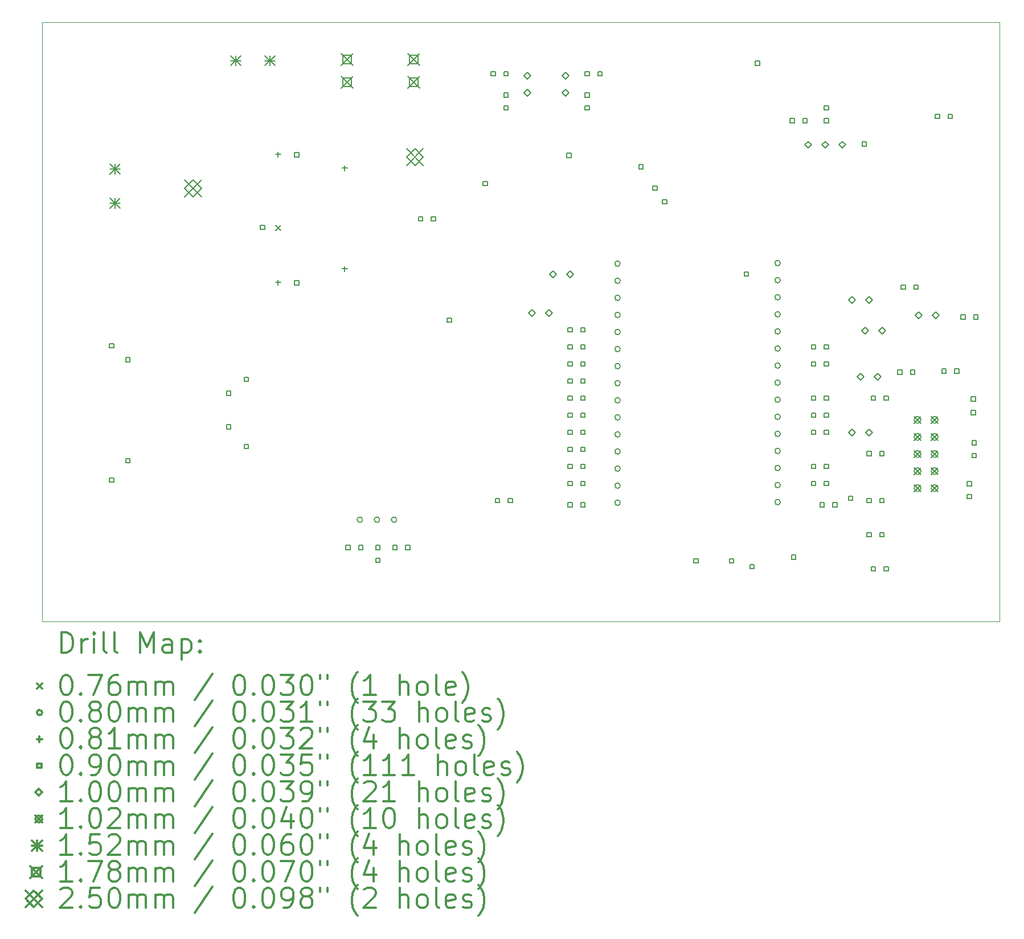
<source format=gbr>
%FSLAX45Y45*%
G04 Gerber Fmt 4.5, Leading zero omitted, Abs format (unit mm)*
G04 Created by KiCad (PCBNEW (6.0.0-rc1-dev-1444-gad0d9f8df)) date 02/01/2019 13:44:04*
%MOMM*%
%LPD*%
G04 APERTURE LIST*
%ADD10C,0.050000*%
%ADD11C,0.200000*%
%ADD12C,0.300000*%
G04 APERTURE END LIST*
D10*
X10950000Y-4250000D02*
X25180000Y-4250000D01*
X25180000Y-13160000D02*
X25180000Y-4250000D01*
X10950000Y-13160000D02*
X25180000Y-13160000D01*
X10950000Y-4250000D02*
X10950000Y-13160000D01*
D11*
X14417300Y-7269900D02*
X14493500Y-7346100D01*
X14493500Y-7269900D02*
X14417300Y-7346100D01*
X19540545Y-7840140D02*
G75*
G03X19540545Y-7840140I-40000J0D01*
G01*
X19540545Y-8094140D02*
G75*
G03X19540545Y-8094140I-40000J0D01*
G01*
X19540545Y-8348140D02*
G75*
G03X19540545Y-8348140I-40000J0D01*
G01*
X19540545Y-8602141D02*
G75*
G03X19540545Y-8602141I-40000J0D01*
G01*
X19540545Y-8856141D02*
G75*
G03X19540545Y-8856141I-40000J0D01*
G01*
X19540545Y-9110141D02*
G75*
G03X19540545Y-9110141I-40000J0D01*
G01*
X19540545Y-9364141D02*
G75*
G03X19540545Y-9364141I-40000J0D01*
G01*
X19540545Y-9618141D02*
G75*
G03X19540545Y-9618141I-40000J0D01*
G01*
X19540545Y-9872141D02*
G75*
G03X19540545Y-9872141I-40000J0D01*
G01*
X19540545Y-10126141D02*
G75*
G03X19540545Y-10126141I-40000J0D01*
G01*
X19540545Y-10380141D02*
G75*
G03X19540545Y-10380141I-40000J0D01*
G01*
X19540545Y-10634141D02*
G75*
G03X19540545Y-10634141I-40000J0D01*
G01*
X19540545Y-10888141D02*
G75*
G03X19540545Y-10888141I-40000J0D01*
G01*
X19540545Y-11142141D02*
G75*
G03X19540545Y-11142141I-40000J0D01*
G01*
X19540545Y-11396140D02*
G75*
G03X19540545Y-11396140I-40000J0D01*
G01*
X21919732Y-7832011D02*
G75*
G03X21919732Y-7832011I-40000J0D01*
G01*
X21919732Y-8086011D02*
G75*
G03X21919732Y-8086011I-40000J0D01*
G01*
X21919732Y-8340011D02*
G75*
G03X21919732Y-8340011I-40000J0D01*
G01*
X21919732Y-8594012D02*
G75*
G03X21919732Y-8594012I-40000J0D01*
G01*
X21919732Y-8848012D02*
G75*
G03X21919732Y-8848012I-40000J0D01*
G01*
X21919732Y-9102012D02*
G75*
G03X21919732Y-9102012I-40000J0D01*
G01*
X21919732Y-9356012D02*
G75*
G03X21919732Y-9356012I-40000J0D01*
G01*
X21919732Y-9610012D02*
G75*
G03X21919732Y-9610012I-40000J0D01*
G01*
X21919732Y-9864012D02*
G75*
G03X21919732Y-9864012I-40000J0D01*
G01*
X21919732Y-10118012D02*
G75*
G03X21919732Y-10118012I-40000J0D01*
G01*
X21919732Y-10372012D02*
G75*
G03X21919732Y-10372012I-40000J0D01*
G01*
X21919732Y-10626012D02*
G75*
G03X21919732Y-10626012I-40000J0D01*
G01*
X21919732Y-10880012D02*
G75*
G03X21919732Y-10880012I-40000J0D01*
G01*
X21919732Y-11134012D02*
G75*
G03X21919732Y-11134012I-40000J0D01*
G01*
X21919732Y-11388011D02*
G75*
G03X21919732Y-11388011I-40000J0D01*
G01*
X15710000Y-11650000D02*
G75*
G03X15710000Y-11650000I-40000J0D01*
G01*
X15964000Y-11650000D02*
G75*
G03X15964000Y-11650000I-40000J0D01*
G01*
X16218000Y-11650000D02*
G75*
G03X16218000Y-11650000I-40000J0D01*
G01*
X14455400Y-6175300D02*
X14455400Y-6256300D01*
X14414900Y-6215800D02*
X14495900Y-6215800D01*
X14455400Y-8080300D02*
X14455400Y-8161300D01*
X14414900Y-8120800D02*
X14495900Y-8120800D01*
X15446000Y-6378500D02*
X15446000Y-6459500D01*
X15405500Y-6419000D02*
X15486500Y-6419000D01*
X15446000Y-7877100D02*
X15446000Y-7958100D01*
X15405500Y-7917600D02*
X15486500Y-7917600D01*
X14255820Y-7334320D02*
X14255820Y-7270680D01*
X14192180Y-7270680D01*
X14192180Y-7334320D01*
X14255820Y-7334320D01*
X14763820Y-6254820D02*
X14763820Y-6191180D01*
X14700180Y-6191180D01*
X14700180Y-6254820D01*
X14763820Y-6254820D01*
X14763820Y-8159820D02*
X14763820Y-8096180D01*
X14700180Y-8096180D01*
X14700180Y-8159820D01*
X14763820Y-8159820D01*
X15525820Y-12096820D02*
X15525820Y-12033180D01*
X15462180Y-12033180D01*
X15462180Y-12096820D01*
X15525820Y-12096820D01*
X15716320Y-12096820D02*
X15716320Y-12033180D01*
X15652680Y-12033180D01*
X15652680Y-12096820D01*
X15716320Y-12096820D01*
X15970320Y-12096820D02*
X15970320Y-12033180D01*
X15906680Y-12033180D01*
X15906680Y-12096820D01*
X15970320Y-12096820D01*
X15970320Y-12287320D02*
X15970320Y-12223680D01*
X15906680Y-12223680D01*
X15906680Y-12287320D01*
X15970320Y-12287320D01*
X16224320Y-12096820D02*
X16224320Y-12033180D01*
X16160680Y-12033180D01*
X16160680Y-12096820D01*
X16224320Y-12096820D01*
X16414820Y-12096820D02*
X16414820Y-12033180D01*
X16351180Y-12033180D01*
X16351180Y-12096820D01*
X16414820Y-12096820D01*
X16605320Y-7207320D02*
X16605320Y-7143680D01*
X16541680Y-7143680D01*
X16541680Y-7207320D01*
X16605320Y-7207320D01*
X16795820Y-7207320D02*
X16795820Y-7143680D01*
X16732180Y-7143680D01*
X16732180Y-7207320D01*
X16795820Y-7207320D01*
X17031820Y-8711820D02*
X17031820Y-8648180D01*
X16968180Y-8648180D01*
X16968180Y-8711820D01*
X17031820Y-8711820D01*
X17563700Y-6679410D02*
X17563700Y-6615770D01*
X17500060Y-6615770D01*
X17500060Y-6679410D01*
X17563700Y-6679410D01*
X17684820Y-5048320D02*
X17684820Y-4984680D01*
X17621180Y-4984680D01*
X17621180Y-5048320D01*
X17684820Y-5048320D01*
X17748320Y-11398320D02*
X17748320Y-11334680D01*
X17684680Y-11334680D01*
X17684680Y-11398320D01*
X17748320Y-11398320D01*
X17875320Y-5048320D02*
X17875320Y-4984680D01*
X17811680Y-4984680D01*
X17811680Y-5048320D01*
X17875320Y-5048320D01*
X17875320Y-5365820D02*
X17875320Y-5302180D01*
X17811680Y-5302180D01*
X17811680Y-5365820D01*
X17875320Y-5365820D01*
X17875320Y-5556320D02*
X17875320Y-5492680D01*
X17811680Y-5492680D01*
X17811680Y-5556320D01*
X17875320Y-5556320D01*
X17938820Y-11398320D02*
X17938820Y-11334680D01*
X17875180Y-11334680D01*
X17875180Y-11398320D01*
X17938820Y-11398320D01*
X18811820Y-6261820D02*
X18811820Y-6198180D01*
X18748180Y-6198180D01*
X18748180Y-6261820D01*
X18811820Y-6261820D01*
X18827820Y-8858320D02*
X18827820Y-8794680D01*
X18764180Y-8794680D01*
X18764180Y-8858320D01*
X18827820Y-8858320D01*
X18827820Y-9112320D02*
X18827820Y-9048680D01*
X18764180Y-9048680D01*
X18764180Y-9112320D01*
X18827820Y-9112320D01*
X18827820Y-9366320D02*
X18827820Y-9302680D01*
X18764180Y-9302680D01*
X18764180Y-9366320D01*
X18827820Y-9366320D01*
X18827820Y-9620320D02*
X18827820Y-9556680D01*
X18764180Y-9556680D01*
X18764180Y-9620320D01*
X18827820Y-9620320D01*
X18827820Y-9874320D02*
X18827820Y-9810680D01*
X18764180Y-9810680D01*
X18764180Y-9874320D01*
X18827820Y-9874320D01*
X18827820Y-10128320D02*
X18827820Y-10064680D01*
X18764180Y-10064680D01*
X18764180Y-10128320D01*
X18827820Y-10128320D01*
X18827820Y-10382320D02*
X18827820Y-10318680D01*
X18764180Y-10318680D01*
X18764180Y-10382320D01*
X18827820Y-10382320D01*
X18827820Y-10636320D02*
X18827820Y-10572680D01*
X18764180Y-10572680D01*
X18764180Y-10636320D01*
X18827820Y-10636320D01*
X18827820Y-10890320D02*
X18827820Y-10826680D01*
X18764180Y-10826680D01*
X18764180Y-10890320D01*
X18827820Y-10890320D01*
X18827820Y-11144320D02*
X18827820Y-11080680D01*
X18764180Y-11080680D01*
X18764180Y-11144320D01*
X18827820Y-11144320D01*
X18827820Y-11461820D02*
X18827820Y-11398180D01*
X18764180Y-11398180D01*
X18764180Y-11461820D01*
X18827820Y-11461820D01*
X19018320Y-8858320D02*
X19018320Y-8794680D01*
X18954680Y-8794680D01*
X18954680Y-8858320D01*
X19018320Y-8858320D01*
X19018320Y-9112320D02*
X19018320Y-9048680D01*
X18954680Y-9048680D01*
X18954680Y-9112320D01*
X19018320Y-9112320D01*
X19018320Y-9366320D02*
X19018320Y-9302680D01*
X18954680Y-9302680D01*
X18954680Y-9366320D01*
X19018320Y-9366320D01*
X19018320Y-9620320D02*
X19018320Y-9556680D01*
X18954680Y-9556680D01*
X18954680Y-9620320D01*
X19018320Y-9620320D01*
X19018320Y-9874320D02*
X19018320Y-9810680D01*
X18954680Y-9810680D01*
X18954680Y-9874320D01*
X19018320Y-9874320D01*
X19018320Y-10128320D02*
X19018320Y-10064680D01*
X18954680Y-10064680D01*
X18954680Y-10128320D01*
X19018320Y-10128320D01*
X19018320Y-10382320D02*
X19018320Y-10318680D01*
X18954680Y-10318680D01*
X18954680Y-10382320D01*
X19018320Y-10382320D01*
X19018320Y-10636320D02*
X19018320Y-10572680D01*
X18954680Y-10572680D01*
X18954680Y-10636320D01*
X19018320Y-10636320D01*
X19018320Y-10890320D02*
X19018320Y-10826680D01*
X18954680Y-10826680D01*
X18954680Y-10890320D01*
X19018320Y-10890320D01*
X19018320Y-11144320D02*
X19018320Y-11080680D01*
X18954680Y-11080680D01*
X18954680Y-11144320D01*
X19018320Y-11144320D01*
X19018320Y-11461820D02*
X19018320Y-11398180D01*
X18954680Y-11398180D01*
X18954680Y-11461820D01*
X19018320Y-11461820D01*
X19081820Y-5048320D02*
X19081820Y-4984680D01*
X19018180Y-4984680D01*
X19018180Y-5048320D01*
X19081820Y-5048320D01*
X19081820Y-5365820D02*
X19081820Y-5302180D01*
X19018180Y-5302180D01*
X19018180Y-5365820D01*
X19081820Y-5365820D01*
X19081820Y-5556320D02*
X19081820Y-5492680D01*
X19018180Y-5492680D01*
X19018180Y-5556320D01*
X19081820Y-5556320D01*
X19272320Y-5048320D02*
X19272320Y-4984680D01*
X19208680Y-4984680D01*
X19208680Y-5048320D01*
X19272320Y-5048320D01*
X19881820Y-6431820D02*
X19881820Y-6368180D01*
X19818180Y-6368180D01*
X19818180Y-6431820D01*
X19881820Y-6431820D01*
X20086730Y-6750350D02*
X20086730Y-6686710D01*
X20023090Y-6686710D01*
X20023090Y-6750350D01*
X20086730Y-6750350D01*
X20231580Y-6951740D02*
X20231580Y-6888100D01*
X20167940Y-6888100D01*
X20167940Y-6951740D01*
X20231580Y-6951740D01*
X20699480Y-12295310D02*
X20699480Y-12231670D01*
X20635840Y-12231670D01*
X20635840Y-12295310D01*
X20699480Y-12295310D01*
X21227960Y-12295310D02*
X21227960Y-12231670D01*
X21164320Y-12231670D01*
X21164320Y-12295310D01*
X21227960Y-12295310D01*
X21447030Y-8027050D02*
X21447030Y-7963410D01*
X21383390Y-7963410D01*
X21383390Y-8027050D01*
X21447030Y-8027050D01*
X21531690Y-12378990D02*
X21531690Y-12315350D01*
X21468050Y-12315350D01*
X21468050Y-12378990D01*
X21531690Y-12378990D01*
X21611820Y-4891820D02*
X21611820Y-4828180D01*
X21548180Y-4828180D01*
X21548180Y-4891820D01*
X21611820Y-4891820D01*
X22129820Y-5746820D02*
X22129820Y-5683180D01*
X22066180Y-5683180D01*
X22066180Y-5746820D01*
X22129820Y-5746820D01*
X22149840Y-12237310D02*
X22149840Y-12173670D01*
X22086200Y-12173670D01*
X22086200Y-12237310D01*
X22149840Y-12237310D01*
X22320320Y-5746820D02*
X22320320Y-5683180D01*
X22256680Y-5683180D01*
X22256680Y-5746820D01*
X22320320Y-5746820D01*
X22447320Y-9112320D02*
X22447320Y-9048680D01*
X22383680Y-9048680D01*
X22383680Y-9112320D01*
X22447320Y-9112320D01*
X22447320Y-9366320D02*
X22447320Y-9302680D01*
X22383680Y-9302680D01*
X22383680Y-9366320D01*
X22447320Y-9366320D01*
X22447320Y-9874320D02*
X22447320Y-9810680D01*
X22383680Y-9810680D01*
X22383680Y-9874320D01*
X22447320Y-9874320D01*
X22447320Y-10128320D02*
X22447320Y-10064680D01*
X22383680Y-10064680D01*
X22383680Y-10128320D01*
X22447320Y-10128320D01*
X22447320Y-10382320D02*
X22447320Y-10318680D01*
X22383680Y-10318680D01*
X22383680Y-10382320D01*
X22447320Y-10382320D01*
X22447320Y-10890320D02*
X22447320Y-10826680D01*
X22383680Y-10826680D01*
X22383680Y-10890320D01*
X22447320Y-10890320D01*
X22447320Y-11144320D02*
X22447320Y-11080680D01*
X22383680Y-11080680D01*
X22383680Y-11144320D01*
X22447320Y-11144320D01*
X22574320Y-11461820D02*
X22574320Y-11398180D01*
X22510680Y-11398180D01*
X22510680Y-11461820D01*
X22574320Y-11461820D01*
X22637820Y-5556320D02*
X22637820Y-5492680D01*
X22574180Y-5492680D01*
X22574180Y-5556320D01*
X22637820Y-5556320D01*
X22637820Y-5746820D02*
X22637820Y-5683180D01*
X22574180Y-5683180D01*
X22574180Y-5746820D01*
X22637820Y-5746820D01*
X22637820Y-9112320D02*
X22637820Y-9048680D01*
X22574180Y-9048680D01*
X22574180Y-9112320D01*
X22637820Y-9112320D01*
X22637820Y-9366320D02*
X22637820Y-9302680D01*
X22574180Y-9302680D01*
X22574180Y-9366320D01*
X22637820Y-9366320D01*
X22637820Y-9874320D02*
X22637820Y-9810680D01*
X22574180Y-9810680D01*
X22574180Y-9874320D01*
X22637820Y-9874320D01*
X22637820Y-10128320D02*
X22637820Y-10064680D01*
X22574180Y-10064680D01*
X22574180Y-10128320D01*
X22637820Y-10128320D01*
X22637820Y-10382320D02*
X22637820Y-10318680D01*
X22574180Y-10318680D01*
X22574180Y-10382320D01*
X22637820Y-10382320D01*
X22637820Y-10890320D02*
X22637820Y-10826680D01*
X22574180Y-10826680D01*
X22574180Y-10890320D01*
X22637820Y-10890320D01*
X22637820Y-11144320D02*
X22637820Y-11080680D01*
X22574180Y-11080680D01*
X22574180Y-11144320D01*
X22637820Y-11144320D01*
X22764820Y-11461820D02*
X22764820Y-11398180D01*
X22701180Y-11398180D01*
X22701180Y-11461820D01*
X22764820Y-11461820D01*
X22997430Y-11362960D02*
X22997430Y-11299320D01*
X22933790Y-11299320D01*
X22933790Y-11362960D01*
X22997430Y-11362960D01*
X23198730Y-6091670D02*
X23198730Y-6028030D01*
X23135090Y-6028030D01*
X23135090Y-6091670D01*
X23198730Y-6091670D01*
X23272820Y-10699820D02*
X23272820Y-10636180D01*
X23209180Y-10636180D01*
X23209180Y-10699820D01*
X23272820Y-10699820D01*
X23272820Y-11398320D02*
X23272820Y-11334680D01*
X23209180Y-11334680D01*
X23209180Y-11398320D01*
X23272820Y-11398320D01*
X23272820Y-11906320D02*
X23272820Y-11842680D01*
X23209180Y-11842680D01*
X23209180Y-11906320D01*
X23272820Y-11906320D01*
X23336320Y-9874320D02*
X23336320Y-9810680D01*
X23272680Y-9810680D01*
X23272680Y-9874320D01*
X23336320Y-9874320D01*
X23336320Y-12414320D02*
X23336320Y-12350680D01*
X23272680Y-12350680D01*
X23272680Y-12414320D01*
X23336320Y-12414320D01*
X23463320Y-10699820D02*
X23463320Y-10636180D01*
X23399680Y-10636180D01*
X23399680Y-10699820D01*
X23463320Y-10699820D01*
X23463320Y-11398320D02*
X23463320Y-11334680D01*
X23399680Y-11334680D01*
X23399680Y-11398320D01*
X23463320Y-11398320D01*
X23463320Y-11906320D02*
X23463320Y-11842680D01*
X23399680Y-11842680D01*
X23399680Y-11906320D01*
X23463320Y-11906320D01*
X23526820Y-9874320D02*
X23526820Y-9810680D01*
X23463180Y-9810680D01*
X23463180Y-9874320D01*
X23526820Y-9874320D01*
X23526820Y-12414320D02*
X23526820Y-12350680D01*
X23463180Y-12350680D01*
X23463180Y-12414320D01*
X23526820Y-12414320D01*
X23730620Y-9489340D02*
X23730620Y-9425700D01*
X23666980Y-9425700D01*
X23666980Y-9489340D01*
X23730620Y-9489340D01*
X23780820Y-8223320D02*
X23780820Y-8159680D01*
X23717180Y-8159680D01*
X23717180Y-8223320D01*
X23780820Y-8223320D01*
X23921120Y-9489340D02*
X23921120Y-9425700D01*
X23857480Y-9425700D01*
X23857480Y-9489340D01*
X23921120Y-9489340D01*
X23971320Y-8223320D02*
X23971320Y-8159680D01*
X23907680Y-8159680D01*
X23907680Y-8223320D01*
X23971320Y-8223320D01*
X24288820Y-5683320D02*
X24288820Y-5619680D01*
X24225180Y-5619680D01*
X24225180Y-5683320D01*
X24288820Y-5683320D01*
X24386320Y-9471880D02*
X24386320Y-9408240D01*
X24322680Y-9408240D01*
X24322680Y-9471880D01*
X24386320Y-9471880D01*
X24479320Y-5683320D02*
X24479320Y-5619680D01*
X24415680Y-5619680D01*
X24415680Y-5683320D01*
X24479320Y-5683320D01*
X24576820Y-9471880D02*
X24576820Y-9408240D01*
X24513180Y-9408240D01*
X24513180Y-9471880D01*
X24576820Y-9471880D01*
X24669820Y-8667820D02*
X24669820Y-8604180D01*
X24606180Y-8604180D01*
X24606180Y-8667820D01*
X24669820Y-8667820D01*
X24762120Y-11146120D02*
X24762120Y-11082480D01*
X24698480Y-11082480D01*
X24698480Y-11146120D01*
X24762120Y-11146120D01*
X24762120Y-11336620D02*
X24762120Y-11272980D01*
X24698480Y-11272980D01*
X24698480Y-11336620D01*
X24762120Y-11336620D01*
X24822220Y-9887020D02*
X24822220Y-9823380D01*
X24758580Y-9823380D01*
X24758580Y-9887020D01*
X24822220Y-9887020D01*
X24822220Y-10090220D02*
X24822220Y-10026580D01*
X24758580Y-10026580D01*
X24758580Y-10090220D01*
X24822220Y-10090220D01*
X24832220Y-10537020D02*
X24832220Y-10473380D01*
X24768580Y-10473380D01*
X24768580Y-10537020D01*
X24832220Y-10537020D01*
X24832220Y-10727520D02*
X24832220Y-10663880D01*
X24768580Y-10663880D01*
X24768580Y-10727520D01*
X24832220Y-10727520D01*
X24860320Y-8667820D02*
X24860320Y-8604180D01*
X24796680Y-8604180D01*
X24796680Y-8667820D01*
X24860320Y-8667820D01*
X12011820Y-9091820D02*
X12011820Y-9028180D01*
X11948180Y-9028180D01*
X11948180Y-9091820D01*
X12011820Y-9091820D01*
X12011820Y-11091820D02*
X12011820Y-11028180D01*
X11948180Y-11028180D01*
X11948180Y-11091820D01*
X12011820Y-11091820D01*
X14011820Y-9591820D02*
X14011820Y-9528180D01*
X13948180Y-9528180D01*
X13948180Y-9591820D01*
X14011820Y-9591820D01*
X14011820Y-10591820D02*
X14011820Y-10528180D01*
X13948180Y-10528180D01*
X13948180Y-10591820D01*
X14011820Y-10591820D01*
X12251820Y-9301820D02*
X12251820Y-9238180D01*
X12188180Y-9238180D01*
X12188180Y-9301820D01*
X12251820Y-9301820D01*
X12251820Y-10801820D02*
X12251820Y-10738180D01*
X12188180Y-10738180D01*
X12188180Y-10801820D01*
X12251820Y-10801820D01*
X13751820Y-9801820D02*
X13751820Y-9738180D01*
X13688180Y-9738180D01*
X13688180Y-9801820D01*
X13751820Y-9801820D01*
X13751820Y-10301820D02*
X13751820Y-10238180D01*
X13688180Y-10238180D01*
X13688180Y-10301820D01*
X13751820Y-10301820D01*
X23114000Y-9575000D02*
X23164000Y-9525000D01*
X23114000Y-9475000D01*
X23064000Y-9525000D01*
X23114000Y-9575000D01*
X23368000Y-9575000D02*
X23418000Y-9525000D01*
X23368000Y-9475000D01*
X23318000Y-9525000D01*
X23368000Y-9575000D01*
X18542000Y-8051000D02*
X18592000Y-8001000D01*
X18542000Y-7951000D01*
X18492000Y-8001000D01*
X18542000Y-8051000D01*
X18796000Y-8051000D02*
X18846000Y-8001000D01*
X18796000Y-7951000D01*
X18746000Y-8001000D01*
X18796000Y-8051000D01*
X23177500Y-8889200D02*
X23227500Y-8839200D01*
X23177500Y-8789200D01*
X23127500Y-8839200D01*
X23177500Y-8889200D01*
X23431500Y-8889200D02*
X23481500Y-8839200D01*
X23431500Y-8789200D01*
X23381500Y-8839200D01*
X23431500Y-8889200D01*
X23980000Y-8660000D02*
X24030000Y-8610000D01*
X23980000Y-8560000D01*
X23930000Y-8610000D01*
X23980000Y-8660000D01*
X24234000Y-8660000D02*
X24284000Y-8610000D01*
X24234000Y-8560000D01*
X24184000Y-8610000D01*
X24234000Y-8660000D01*
X18160000Y-5096000D02*
X18210000Y-5046000D01*
X18160000Y-4996000D01*
X18110000Y-5046000D01*
X18160000Y-5096000D01*
X18160000Y-5350000D02*
X18210000Y-5300000D01*
X18160000Y-5250000D01*
X18110000Y-5300000D01*
X18160000Y-5350000D01*
X18730000Y-5096000D02*
X18780000Y-5046000D01*
X18730000Y-4996000D01*
X18680000Y-5046000D01*
X18730000Y-5096000D01*
X18730000Y-5350000D02*
X18780000Y-5300000D01*
X18730000Y-5250000D01*
X18680000Y-5300000D01*
X18730000Y-5350000D01*
X18224500Y-8622500D02*
X18274500Y-8572500D01*
X18224500Y-8522500D01*
X18174500Y-8572500D01*
X18224500Y-8622500D01*
X18478500Y-8622500D02*
X18528500Y-8572500D01*
X18478500Y-8522500D01*
X18428500Y-8572500D01*
X18478500Y-8622500D01*
X22987000Y-8432000D02*
X23037000Y-8382000D01*
X22987000Y-8332000D01*
X22937000Y-8382000D01*
X22987000Y-8432000D01*
X23241000Y-8432000D02*
X23291000Y-8382000D01*
X23241000Y-8332000D01*
X23191000Y-8382000D01*
X23241000Y-8432000D01*
X22332000Y-6123000D02*
X22382000Y-6073000D01*
X22332000Y-6023000D01*
X22282000Y-6073000D01*
X22332000Y-6123000D01*
X22586000Y-6123000D02*
X22636000Y-6073000D01*
X22586000Y-6023000D01*
X22536000Y-6073000D01*
X22586000Y-6123000D01*
X22840000Y-6123000D02*
X22890000Y-6073000D01*
X22840000Y-6023000D01*
X22790000Y-6073000D01*
X22840000Y-6123000D01*
X22987000Y-10400500D02*
X23037000Y-10350500D01*
X22987000Y-10300500D01*
X22937000Y-10350500D01*
X22987000Y-10400500D01*
X23241000Y-10400500D02*
X23291000Y-10350500D01*
X23241000Y-10300500D01*
X23191000Y-10350500D01*
X23241000Y-10400500D01*
X23909200Y-10113200D02*
X24010800Y-10214800D01*
X24010800Y-10113200D02*
X23909200Y-10214800D01*
X24010800Y-10164000D02*
G75*
G03X24010800Y-10164000I-50800J0D01*
G01*
X23909200Y-10367200D02*
X24010800Y-10468800D01*
X24010800Y-10367200D02*
X23909200Y-10468800D01*
X24010800Y-10418000D02*
G75*
G03X24010800Y-10418000I-50800J0D01*
G01*
X23909200Y-10621200D02*
X24010800Y-10722800D01*
X24010800Y-10621200D02*
X23909200Y-10722800D01*
X24010800Y-10672000D02*
G75*
G03X24010800Y-10672000I-50800J0D01*
G01*
X23909200Y-10875200D02*
X24010800Y-10976800D01*
X24010800Y-10875200D02*
X23909200Y-10976800D01*
X24010800Y-10926000D02*
G75*
G03X24010800Y-10926000I-50800J0D01*
G01*
X23909200Y-11129200D02*
X24010800Y-11230800D01*
X24010800Y-11129200D02*
X23909200Y-11230800D01*
X24010800Y-11180000D02*
G75*
G03X24010800Y-11180000I-50800J0D01*
G01*
X24163200Y-10113200D02*
X24264800Y-10214800D01*
X24264800Y-10113200D02*
X24163200Y-10214800D01*
X24264800Y-10164000D02*
G75*
G03X24264800Y-10164000I-50800J0D01*
G01*
X24163200Y-10367200D02*
X24264800Y-10468800D01*
X24264800Y-10367200D02*
X24163200Y-10468800D01*
X24264800Y-10418000D02*
G75*
G03X24264800Y-10418000I-50800J0D01*
G01*
X24163200Y-10621200D02*
X24264800Y-10722800D01*
X24264800Y-10621200D02*
X24163200Y-10722800D01*
X24264800Y-10672000D02*
G75*
G03X24264800Y-10672000I-50800J0D01*
G01*
X24163200Y-10875200D02*
X24264800Y-10976800D01*
X24264800Y-10875200D02*
X24163200Y-10976800D01*
X24264800Y-10926000D02*
G75*
G03X24264800Y-10926000I-50800J0D01*
G01*
X24163200Y-11129200D02*
X24264800Y-11230800D01*
X24264800Y-11129200D02*
X24163200Y-11230800D01*
X24264800Y-11180000D02*
G75*
G03X24264800Y-11180000I-50800J0D01*
G01*
X11954000Y-6354000D02*
X12106000Y-6506000D01*
X12106000Y-6354000D02*
X11954000Y-6506000D01*
X12030000Y-6354000D02*
X12030000Y-6506000D01*
X11954000Y-6430000D02*
X12106000Y-6430000D01*
X11954000Y-6862000D02*
X12106000Y-7014000D01*
X12106000Y-6862000D02*
X11954000Y-7014000D01*
X12030000Y-6862000D02*
X12030000Y-7014000D01*
X11954000Y-6938000D02*
X12106000Y-6938000D01*
X13746000Y-4744000D02*
X13898000Y-4896000D01*
X13898000Y-4744000D02*
X13746000Y-4896000D01*
X13822000Y-4744000D02*
X13822000Y-4896000D01*
X13746000Y-4820000D02*
X13898000Y-4820000D01*
X14254000Y-4744000D02*
X14406000Y-4896000D01*
X14406000Y-4744000D02*
X14254000Y-4896000D01*
X14330000Y-4744000D02*
X14330000Y-4896000D01*
X14254000Y-4820000D02*
X14406000Y-4820000D01*
X15389000Y-4711000D02*
X15567000Y-4889000D01*
X15567000Y-4711000D02*
X15389000Y-4889000D01*
X15540933Y-4862933D02*
X15540933Y-4737067D01*
X15415067Y-4737067D01*
X15415067Y-4862933D01*
X15540933Y-4862933D01*
X15389000Y-5051000D02*
X15567000Y-5229000D01*
X15567000Y-5051000D02*
X15389000Y-5229000D01*
X15540933Y-5202933D02*
X15540933Y-5077067D01*
X15415067Y-5077067D01*
X15415067Y-5202933D01*
X15540933Y-5202933D01*
X16381000Y-4711000D02*
X16559000Y-4889000D01*
X16559000Y-4711000D02*
X16381000Y-4889000D01*
X16532933Y-4862933D02*
X16532933Y-4737067D01*
X16407067Y-4737067D01*
X16407067Y-4862933D01*
X16532933Y-4862933D01*
X16381000Y-5051000D02*
X16559000Y-5229000D01*
X16559000Y-5051000D02*
X16381000Y-5229000D01*
X16532933Y-5202933D02*
X16532933Y-5077067D01*
X16407067Y-5077067D01*
X16407067Y-5202933D01*
X16532933Y-5202933D01*
X16365032Y-6130032D02*
X16614968Y-6379968D01*
X16614968Y-6130032D02*
X16365032Y-6379968D01*
X16490000Y-6379968D02*
X16614968Y-6255000D01*
X16490000Y-6130032D01*
X16365032Y-6255000D01*
X16490000Y-6379968D01*
X13065032Y-6595032D02*
X13314968Y-6844968D01*
X13314968Y-6595032D02*
X13065032Y-6844968D01*
X13190000Y-6844968D02*
X13314968Y-6720000D01*
X13190000Y-6595032D01*
X13065032Y-6720000D01*
X13190000Y-6844968D01*
D12*
X11233928Y-13628214D02*
X11233928Y-13328214D01*
X11305357Y-13328214D01*
X11348214Y-13342500D01*
X11376786Y-13371071D01*
X11391071Y-13399643D01*
X11405357Y-13456786D01*
X11405357Y-13499643D01*
X11391071Y-13556786D01*
X11376786Y-13585357D01*
X11348214Y-13613929D01*
X11305357Y-13628214D01*
X11233928Y-13628214D01*
X11533928Y-13628214D02*
X11533928Y-13428214D01*
X11533928Y-13485357D02*
X11548214Y-13456786D01*
X11562500Y-13442500D01*
X11591071Y-13428214D01*
X11619643Y-13428214D01*
X11719643Y-13628214D02*
X11719643Y-13428214D01*
X11719643Y-13328214D02*
X11705357Y-13342500D01*
X11719643Y-13356786D01*
X11733928Y-13342500D01*
X11719643Y-13328214D01*
X11719643Y-13356786D01*
X11905357Y-13628214D02*
X11876786Y-13613929D01*
X11862500Y-13585357D01*
X11862500Y-13328214D01*
X12062500Y-13628214D02*
X12033928Y-13613929D01*
X12019643Y-13585357D01*
X12019643Y-13328214D01*
X12405357Y-13628214D02*
X12405357Y-13328214D01*
X12505357Y-13542500D01*
X12605357Y-13328214D01*
X12605357Y-13628214D01*
X12876786Y-13628214D02*
X12876786Y-13471071D01*
X12862500Y-13442500D01*
X12833928Y-13428214D01*
X12776786Y-13428214D01*
X12748214Y-13442500D01*
X12876786Y-13613929D02*
X12848214Y-13628214D01*
X12776786Y-13628214D01*
X12748214Y-13613929D01*
X12733928Y-13585357D01*
X12733928Y-13556786D01*
X12748214Y-13528214D01*
X12776786Y-13513929D01*
X12848214Y-13513929D01*
X12876786Y-13499643D01*
X13019643Y-13428214D02*
X13019643Y-13728214D01*
X13019643Y-13442500D02*
X13048214Y-13428214D01*
X13105357Y-13428214D01*
X13133928Y-13442500D01*
X13148214Y-13456786D01*
X13162500Y-13485357D01*
X13162500Y-13571071D01*
X13148214Y-13599643D01*
X13133928Y-13613929D01*
X13105357Y-13628214D01*
X13048214Y-13628214D01*
X13019643Y-13613929D01*
X13291071Y-13599643D02*
X13305357Y-13613929D01*
X13291071Y-13628214D01*
X13276786Y-13613929D01*
X13291071Y-13599643D01*
X13291071Y-13628214D01*
X13291071Y-13442500D02*
X13305357Y-13456786D01*
X13291071Y-13471071D01*
X13276786Y-13456786D01*
X13291071Y-13442500D01*
X13291071Y-13471071D01*
X10871300Y-14084400D02*
X10947500Y-14160600D01*
X10947500Y-14084400D02*
X10871300Y-14160600D01*
X11291071Y-13958214D02*
X11319643Y-13958214D01*
X11348214Y-13972500D01*
X11362500Y-13986786D01*
X11376786Y-14015357D01*
X11391071Y-14072500D01*
X11391071Y-14143929D01*
X11376786Y-14201071D01*
X11362500Y-14229643D01*
X11348214Y-14243929D01*
X11319643Y-14258214D01*
X11291071Y-14258214D01*
X11262500Y-14243929D01*
X11248214Y-14229643D01*
X11233928Y-14201071D01*
X11219643Y-14143929D01*
X11219643Y-14072500D01*
X11233928Y-14015357D01*
X11248214Y-13986786D01*
X11262500Y-13972500D01*
X11291071Y-13958214D01*
X11519643Y-14229643D02*
X11533928Y-14243929D01*
X11519643Y-14258214D01*
X11505357Y-14243929D01*
X11519643Y-14229643D01*
X11519643Y-14258214D01*
X11633928Y-13958214D02*
X11833928Y-13958214D01*
X11705357Y-14258214D01*
X12076786Y-13958214D02*
X12019643Y-13958214D01*
X11991071Y-13972500D01*
X11976786Y-13986786D01*
X11948214Y-14029643D01*
X11933928Y-14086786D01*
X11933928Y-14201071D01*
X11948214Y-14229643D01*
X11962500Y-14243929D01*
X11991071Y-14258214D01*
X12048214Y-14258214D01*
X12076786Y-14243929D01*
X12091071Y-14229643D01*
X12105357Y-14201071D01*
X12105357Y-14129643D01*
X12091071Y-14101071D01*
X12076786Y-14086786D01*
X12048214Y-14072500D01*
X11991071Y-14072500D01*
X11962500Y-14086786D01*
X11948214Y-14101071D01*
X11933928Y-14129643D01*
X12233928Y-14258214D02*
X12233928Y-14058214D01*
X12233928Y-14086786D02*
X12248214Y-14072500D01*
X12276786Y-14058214D01*
X12319643Y-14058214D01*
X12348214Y-14072500D01*
X12362500Y-14101071D01*
X12362500Y-14258214D01*
X12362500Y-14101071D02*
X12376786Y-14072500D01*
X12405357Y-14058214D01*
X12448214Y-14058214D01*
X12476786Y-14072500D01*
X12491071Y-14101071D01*
X12491071Y-14258214D01*
X12633928Y-14258214D02*
X12633928Y-14058214D01*
X12633928Y-14086786D02*
X12648214Y-14072500D01*
X12676786Y-14058214D01*
X12719643Y-14058214D01*
X12748214Y-14072500D01*
X12762500Y-14101071D01*
X12762500Y-14258214D01*
X12762500Y-14101071D02*
X12776786Y-14072500D01*
X12805357Y-14058214D01*
X12848214Y-14058214D01*
X12876786Y-14072500D01*
X12891071Y-14101071D01*
X12891071Y-14258214D01*
X13476786Y-13943929D02*
X13219643Y-14329643D01*
X13862500Y-13958214D02*
X13891071Y-13958214D01*
X13919643Y-13972500D01*
X13933928Y-13986786D01*
X13948214Y-14015357D01*
X13962500Y-14072500D01*
X13962500Y-14143929D01*
X13948214Y-14201071D01*
X13933928Y-14229643D01*
X13919643Y-14243929D01*
X13891071Y-14258214D01*
X13862500Y-14258214D01*
X13833928Y-14243929D01*
X13819643Y-14229643D01*
X13805357Y-14201071D01*
X13791071Y-14143929D01*
X13791071Y-14072500D01*
X13805357Y-14015357D01*
X13819643Y-13986786D01*
X13833928Y-13972500D01*
X13862500Y-13958214D01*
X14091071Y-14229643D02*
X14105357Y-14243929D01*
X14091071Y-14258214D01*
X14076786Y-14243929D01*
X14091071Y-14229643D01*
X14091071Y-14258214D01*
X14291071Y-13958214D02*
X14319643Y-13958214D01*
X14348214Y-13972500D01*
X14362500Y-13986786D01*
X14376786Y-14015357D01*
X14391071Y-14072500D01*
X14391071Y-14143929D01*
X14376786Y-14201071D01*
X14362500Y-14229643D01*
X14348214Y-14243929D01*
X14319643Y-14258214D01*
X14291071Y-14258214D01*
X14262500Y-14243929D01*
X14248214Y-14229643D01*
X14233928Y-14201071D01*
X14219643Y-14143929D01*
X14219643Y-14072500D01*
X14233928Y-14015357D01*
X14248214Y-13986786D01*
X14262500Y-13972500D01*
X14291071Y-13958214D01*
X14491071Y-13958214D02*
X14676786Y-13958214D01*
X14576786Y-14072500D01*
X14619643Y-14072500D01*
X14648214Y-14086786D01*
X14662500Y-14101071D01*
X14676786Y-14129643D01*
X14676786Y-14201071D01*
X14662500Y-14229643D01*
X14648214Y-14243929D01*
X14619643Y-14258214D01*
X14533928Y-14258214D01*
X14505357Y-14243929D01*
X14491071Y-14229643D01*
X14862500Y-13958214D02*
X14891071Y-13958214D01*
X14919643Y-13972500D01*
X14933928Y-13986786D01*
X14948214Y-14015357D01*
X14962500Y-14072500D01*
X14962500Y-14143929D01*
X14948214Y-14201071D01*
X14933928Y-14229643D01*
X14919643Y-14243929D01*
X14891071Y-14258214D01*
X14862500Y-14258214D01*
X14833928Y-14243929D01*
X14819643Y-14229643D01*
X14805357Y-14201071D01*
X14791071Y-14143929D01*
X14791071Y-14072500D01*
X14805357Y-14015357D01*
X14819643Y-13986786D01*
X14833928Y-13972500D01*
X14862500Y-13958214D01*
X15076786Y-13958214D02*
X15076786Y-14015357D01*
X15191071Y-13958214D02*
X15191071Y-14015357D01*
X15633928Y-14372500D02*
X15619643Y-14358214D01*
X15591071Y-14315357D01*
X15576786Y-14286786D01*
X15562500Y-14243929D01*
X15548214Y-14172500D01*
X15548214Y-14115357D01*
X15562500Y-14043929D01*
X15576786Y-14001071D01*
X15591071Y-13972500D01*
X15619643Y-13929643D01*
X15633928Y-13915357D01*
X15905357Y-14258214D02*
X15733928Y-14258214D01*
X15819643Y-14258214D02*
X15819643Y-13958214D01*
X15791071Y-14001071D01*
X15762500Y-14029643D01*
X15733928Y-14043929D01*
X16262500Y-14258214D02*
X16262500Y-13958214D01*
X16391071Y-14258214D02*
X16391071Y-14101071D01*
X16376786Y-14072500D01*
X16348214Y-14058214D01*
X16305357Y-14058214D01*
X16276786Y-14072500D01*
X16262500Y-14086786D01*
X16576786Y-14258214D02*
X16548214Y-14243929D01*
X16533928Y-14229643D01*
X16519643Y-14201071D01*
X16519643Y-14115357D01*
X16533928Y-14086786D01*
X16548214Y-14072500D01*
X16576786Y-14058214D01*
X16619643Y-14058214D01*
X16648214Y-14072500D01*
X16662500Y-14086786D01*
X16676786Y-14115357D01*
X16676786Y-14201071D01*
X16662500Y-14229643D01*
X16648214Y-14243929D01*
X16619643Y-14258214D01*
X16576786Y-14258214D01*
X16848214Y-14258214D02*
X16819643Y-14243929D01*
X16805357Y-14215357D01*
X16805357Y-13958214D01*
X17076786Y-14243929D02*
X17048214Y-14258214D01*
X16991071Y-14258214D01*
X16962500Y-14243929D01*
X16948214Y-14215357D01*
X16948214Y-14101071D01*
X16962500Y-14072500D01*
X16991071Y-14058214D01*
X17048214Y-14058214D01*
X17076786Y-14072500D01*
X17091071Y-14101071D01*
X17091071Y-14129643D01*
X16948214Y-14158214D01*
X17191071Y-14372500D02*
X17205357Y-14358214D01*
X17233928Y-14315357D01*
X17248214Y-14286786D01*
X17262500Y-14243929D01*
X17276786Y-14172500D01*
X17276786Y-14115357D01*
X17262500Y-14043929D01*
X17248214Y-14001071D01*
X17233928Y-13972500D01*
X17205357Y-13929643D01*
X17191071Y-13915357D01*
X10947500Y-14518500D02*
G75*
G03X10947500Y-14518500I-40000J0D01*
G01*
X11291071Y-14354214D02*
X11319643Y-14354214D01*
X11348214Y-14368500D01*
X11362500Y-14382786D01*
X11376786Y-14411357D01*
X11391071Y-14468500D01*
X11391071Y-14539929D01*
X11376786Y-14597071D01*
X11362500Y-14625643D01*
X11348214Y-14639929D01*
X11319643Y-14654214D01*
X11291071Y-14654214D01*
X11262500Y-14639929D01*
X11248214Y-14625643D01*
X11233928Y-14597071D01*
X11219643Y-14539929D01*
X11219643Y-14468500D01*
X11233928Y-14411357D01*
X11248214Y-14382786D01*
X11262500Y-14368500D01*
X11291071Y-14354214D01*
X11519643Y-14625643D02*
X11533928Y-14639929D01*
X11519643Y-14654214D01*
X11505357Y-14639929D01*
X11519643Y-14625643D01*
X11519643Y-14654214D01*
X11705357Y-14482786D02*
X11676786Y-14468500D01*
X11662500Y-14454214D01*
X11648214Y-14425643D01*
X11648214Y-14411357D01*
X11662500Y-14382786D01*
X11676786Y-14368500D01*
X11705357Y-14354214D01*
X11762500Y-14354214D01*
X11791071Y-14368500D01*
X11805357Y-14382786D01*
X11819643Y-14411357D01*
X11819643Y-14425643D01*
X11805357Y-14454214D01*
X11791071Y-14468500D01*
X11762500Y-14482786D01*
X11705357Y-14482786D01*
X11676786Y-14497071D01*
X11662500Y-14511357D01*
X11648214Y-14539929D01*
X11648214Y-14597071D01*
X11662500Y-14625643D01*
X11676786Y-14639929D01*
X11705357Y-14654214D01*
X11762500Y-14654214D01*
X11791071Y-14639929D01*
X11805357Y-14625643D01*
X11819643Y-14597071D01*
X11819643Y-14539929D01*
X11805357Y-14511357D01*
X11791071Y-14497071D01*
X11762500Y-14482786D01*
X12005357Y-14354214D02*
X12033928Y-14354214D01*
X12062500Y-14368500D01*
X12076786Y-14382786D01*
X12091071Y-14411357D01*
X12105357Y-14468500D01*
X12105357Y-14539929D01*
X12091071Y-14597071D01*
X12076786Y-14625643D01*
X12062500Y-14639929D01*
X12033928Y-14654214D01*
X12005357Y-14654214D01*
X11976786Y-14639929D01*
X11962500Y-14625643D01*
X11948214Y-14597071D01*
X11933928Y-14539929D01*
X11933928Y-14468500D01*
X11948214Y-14411357D01*
X11962500Y-14382786D01*
X11976786Y-14368500D01*
X12005357Y-14354214D01*
X12233928Y-14654214D02*
X12233928Y-14454214D01*
X12233928Y-14482786D02*
X12248214Y-14468500D01*
X12276786Y-14454214D01*
X12319643Y-14454214D01*
X12348214Y-14468500D01*
X12362500Y-14497071D01*
X12362500Y-14654214D01*
X12362500Y-14497071D02*
X12376786Y-14468500D01*
X12405357Y-14454214D01*
X12448214Y-14454214D01*
X12476786Y-14468500D01*
X12491071Y-14497071D01*
X12491071Y-14654214D01*
X12633928Y-14654214D02*
X12633928Y-14454214D01*
X12633928Y-14482786D02*
X12648214Y-14468500D01*
X12676786Y-14454214D01*
X12719643Y-14454214D01*
X12748214Y-14468500D01*
X12762500Y-14497071D01*
X12762500Y-14654214D01*
X12762500Y-14497071D02*
X12776786Y-14468500D01*
X12805357Y-14454214D01*
X12848214Y-14454214D01*
X12876786Y-14468500D01*
X12891071Y-14497071D01*
X12891071Y-14654214D01*
X13476786Y-14339929D02*
X13219643Y-14725643D01*
X13862500Y-14354214D02*
X13891071Y-14354214D01*
X13919643Y-14368500D01*
X13933928Y-14382786D01*
X13948214Y-14411357D01*
X13962500Y-14468500D01*
X13962500Y-14539929D01*
X13948214Y-14597071D01*
X13933928Y-14625643D01*
X13919643Y-14639929D01*
X13891071Y-14654214D01*
X13862500Y-14654214D01*
X13833928Y-14639929D01*
X13819643Y-14625643D01*
X13805357Y-14597071D01*
X13791071Y-14539929D01*
X13791071Y-14468500D01*
X13805357Y-14411357D01*
X13819643Y-14382786D01*
X13833928Y-14368500D01*
X13862500Y-14354214D01*
X14091071Y-14625643D02*
X14105357Y-14639929D01*
X14091071Y-14654214D01*
X14076786Y-14639929D01*
X14091071Y-14625643D01*
X14091071Y-14654214D01*
X14291071Y-14354214D02*
X14319643Y-14354214D01*
X14348214Y-14368500D01*
X14362500Y-14382786D01*
X14376786Y-14411357D01*
X14391071Y-14468500D01*
X14391071Y-14539929D01*
X14376786Y-14597071D01*
X14362500Y-14625643D01*
X14348214Y-14639929D01*
X14319643Y-14654214D01*
X14291071Y-14654214D01*
X14262500Y-14639929D01*
X14248214Y-14625643D01*
X14233928Y-14597071D01*
X14219643Y-14539929D01*
X14219643Y-14468500D01*
X14233928Y-14411357D01*
X14248214Y-14382786D01*
X14262500Y-14368500D01*
X14291071Y-14354214D01*
X14491071Y-14354214D02*
X14676786Y-14354214D01*
X14576786Y-14468500D01*
X14619643Y-14468500D01*
X14648214Y-14482786D01*
X14662500Y-14497071D01*
X14676786Y-14525643D01*
X14676786Y-14597071D01*
X14662500Y-14625643D01*
X14648214Y-14639929D01*
X14619643Y-14654214D01*
X14533928Y-14654214D01*
X14505357Y-14639929D01*
X14491071Y-14625643D01*
X14962500Y-14654214D02*
X14791071Y-14654214D01*
X14876786Y-14654214D02*
X14876786Y-14354214D01*
X14848214Y-14397071D01*
X14819643Y-14425643D01*
X14791071Y-14439929D01*
X15076786Y-14354214D02*
X15076786Y-14411357D01*
X15191071Y-14354214D02*
X15191071Y-14411357D01*
X15633928Y-14768500D02*
X15619643Y-14754214D01*
X15591071Y-14711357D01*
X15576786Y-14682786D01*
X15562500Y-14639929D01*
X15548214Y-14568500D01*
X15548214Y-14511357D01*
X15562500Y-14439929D01*
X15576786Y-14397071D01*
X15591071Y-14368500D01*
X15619643Y-14325643D01*
X15633928Y-14311357D01*
X15719643Y-14354214D02*
X15905357Y-14354214D01*
X15805357Y-14468500D01*
X15848214Y-14468500D01*
X15876786Y-14482786D01*
X15891071Y-14497071D01*
X15905357Y-14525643D01*
X15905357Y-14597071D01*
X15891071Y-14625643D01*
X15876786Y-14639929D01*
X15848214Y-14654214D01*
X15762500Y-14654214D01*
X15733928Y-14639929D01*
X15719643Y-14625643D01*
X16005357Y-14354214D02*
X16191071Y-14354214D01*
X16091071Y-14468500D01*
X16133928Y-14468500D01*
X16162500Y-14482786D01*
X16176786Y-14497071D01*
X16191071Y-14525643D01*
X16191071Y-14597071D01*
X16176786Y-14625643D01*
X16162500Y-14639929D01*
X16133928Y-14654214D01*
X16048214Y-14654214D01*
X16019643Y-14639929D01*
X16005357Y-14625643D01*
X16548214Y-14654214D02*
X16548214Y-14354214D01*
X16676786Y-14654214D02*
X16676786Y-14497071D01*
X16662500Y-14468500D01*
X16633928Y-14454214D01*
X16591071Y-14454214D01*
X16562500Y-14468500D01*
X16548214Y-14482786D01*
X16862500Y-14654214D02*
X16833928Y-14639929D01*
X16819643Y-14625643D01*
X16805357Y-14597071D01*
X16805357Y-14511357D01*
X16819643Y-14482786D01*
X16833928Y-14468500D01*
X16862500Y-14454214D01*
X16905357Y-14454214D01*
X16933928Y-14468500D01*
X16948214Y-14482786D01*
X16962500Y-14511357D01*
X16962500Y-14597071D01*
X16948214Y-14625643D01*
X16933928Y-14639929D01*
X16905357Y-14654214D01*
X16862500Y-14654214D01*
X17133928Y-14654214D02*
X17105357Y-14639929D01*
X17091071Y-14611357D01*
X17091071Y-14354214D01*
X17362500Y-14639929D02*
X17333928Y-14654214D01*
X17276786Y-14654214D01*
X17248214Y-14639929D01*
X17233928Y-14611357D01*
X17233928Y-14497071D01*
X17248214Y-14468500D01*
X17276786Y-14454214D01*
X17333928Y-14454214D01*
X17362500Y-14468500D01*
X17376786Y-14497071D01*
X17376786Y-14525643D01*
X17233928Y-14554214D01*
X17491071Y-14639929D02*
X17519643Y-14654214D01*
X17576786Y-14654214D01*
X17605357Y-14639929D01*
X17619643Y-14611357D01*
X17619643Y-14597071D01*
X17605357Y-14568500D01*
X17576786Y-14554214D01*
X17533928Y-14554214D01*
X17505357Y-14539929D01*
X17491071Y-14511357D01*
X17491071Y-14497071D01*
X17505357Y-14468500D01*
X17533928Y-14454214D01*
X17576786Y-14454214D01*
X17605357Y-14468500D01*
X17719643Y-14768500D02*
X17733928Y-14754214D01*
X17762500Y-14711357D01*
X17776786Y-14682786D01*
X17791071Y-14639929D01*
X17805357Y-14568500D01*
X17805357Y-14511357D01*
X17791071Y-14439929D01*
X17776786Y-14397071D01*
X17762500Y-14368500D01*
X17733928Y-14325643D01*
X17719643Y-14311357D01*
X10907000Y-14874000D02*
X10907000Y-14955000D01*
X10866500Y-14914500D02*
X10947500Y-14914500D01*
X11291071Y-14750214D02*
X11319643Y-14750214D01*
X11348214Y-14764500D01*
X11362500Y-14778786D01*
X11376786Y-14807357D01*
X11391071Y-14864500D01*
X11391071Y-14935929D01*
X11376786Y-14993071D01*
X11362500Y-15021643D01*
X11348214Y-15035929D01*
X11319643Y-15050214D01*
X11291071Y-15050214D01*
X11262500Y-15035929D01*
X11248214Y-15021643D01*
X11233928Y-14993071D01*
X11219643Y-14935929D01*
X11219643Y-14864500D01*
X11233928Y-14807357D01*
X11248214Y-14778786D01*
X11262500Y-14764500D01*
X11291071Y-14750214D01*
X11519643Y-15021643D02*
X11533928Y-15035929D01*
X11519643Y-15050214D01*
X11505357Y-15035929D01*
X11519643Y-15021643D01*
X11519643Y-15050214D01*
X11705357Y-14878786D02*
X11676786Y-14864500D01*
X11662500Y-14850214D01*
X11648214Y-14821643D01*
X11648214Y-14807357D01*
X11662500Y-14778786D01*
X11676786Y-14764500D01*
X11705357Y-14750214D01*
X11762500Y-14750214D01*
X11791071Y-14764500D01*
X11805357Y-14778786D01*
X11819643Y-14807357D01*
X11819643Y-14821643D01*
X11805357Y-14850214D01*
X11791071Y-14864500D01*
X11762500Y-14878786D01*
X11705357Y-14878786D01*
X11676786Y-14893071D01*
X11662500Y-14907357D01*
X11648214Y-14935929D01*
X11648214Y-14993071D01*
X11662500Y-15021643D01*
X11676786Y-15035929D01*
X11705357Y-15050214D01*
X11762500Y-15050214D01*
X11791071Y-15035929D01*
X11805357Y-15021643D01*
X11819643Y-14993071D01*
X11819643Y-14935929D01*
X11805357Y-14907357D01*
X11791071Y-14893071D01*
X11762500Y-14878786D01*
X12105357Y-15050214D02*
X11933928Y-15050214D01*
X12019643Y-15050214D02*
X12019643Y-14750214D01*
X11991071Y-14793071D01*
X11962500Y-14821643D01*
X11933928Y-14835929D01*
X12233928Y-15050214D02*
X12233928Y-14850214D01*
X12233928Y-14878786D02*
X12248214Y-14864500D01*
X12276786Y-14850214D01*
X12319643Y-14850214D01*
X12348214Y-14864500D01*
X12362500Y-14893071D01*
X12362500Y-15050214D01*
X12362500Y-14893071D02*
X12376786Y-14864500D01*
X12405357Y-14850214D01*
X12448214Y-14850214D01*
X12476786Y-14864500D01*
X12491071Y-14893071D01*
X12491071Y-15050214D01*
X12633928Y-15050214D02*
X12633928Y-14850214D01*
X12633928Y-14878786D02*
X12648214Y-14864500D01*
X12676786Y-14850214D01*
X12719643Y-14850214D01*
X12748214Y-14864500D01*
X12762500Y-14893071D01*
X12762500Y-15050214D01*
X12762500Y-14893071D02*
X12776786Y-14864500D01*
X12805357Y-14850214D01*
X12848214Y-14850214D01*
X12876786Y-14864500D01*
X12891071Y-14893071D01*
X12891071Y-15050214D01*
X13476786Y-14735929D02*
X13219643Y-15121643D01*
X13862500Y-14750214D02*
X13891071Y-14750214D01*
X13919643Y-14764500D01*
X13933928Y-14778786D01*
X13948214Y-14807357D01*
X13962500Y-14864500D01*
X13962500Y-14935929D01*
X13948214Y-14993071D01*
X13933928Y-15021643D01*
X13919643Y-15035929D01*
X13891071Y-15050214D01*
X13862500Y-15050214D01*
X13833928Y-15035929D01*
X13819643Y-15021643D01*
X13805357Y-14993071D01*
X13791071Y-14935929D01*
X13791071Y-14864500D01*
X13805357Y-14807357D01*
X13819643Y-14778786D01*
X13833928Y-14764500D01*
X13862500Y-14750214D01*
X14091071Y-15021643D02*
X14105357Y-15035929D01*
X14091071Y-15050214D01*
X14076786Y-15035929D01*
X14091071Y-15021643D01*
X14091071Y-15050214D01*
X14291071Y-14750214D02*
X14319643Y-14750214D01*
X14348214Y-14764500D01*
X14362500Y-14778786D01*
X14376786Y-14807357D01*
X14391071Y-14864500D01*
X14391071Y-14935929D01*
X14376786Y-14993071D01*
X14362500Y-15021643D01*
X14348214Y-15035929D01*
X14319643Y-15050214D01*
X14291071Y-15050214D01*
X14262500Y-15035929D01*
X14248214Y-15021643D01*
X14233928Y-14993071D01*
X14219643Y-14935929D01*
X14219643Y-14864500D01*
X14233928Y-14807357D01*
X14248214Y-14778786D01*
X14262500Y-14764500D01*
X14291071Y-14750214D01*
X14491071Y-14750214D02*
X14676786Y-14750214D01*
X14576786Y-14864500D01*
X14619643Y-14864500D01*
X14648214Y-14878786D01*
X14662500Y-14893071D01*
X14676786Y-14921643D01*
X14676786Y-14993071D01*
X14662500Y-15021643D01*
X14648214Y-15035929D01*
X14619643Y-15050214D01*
X14533928Y-15050214D01*
X14505357Y-15035929D01*
X14491071Y-15021643D01*
X14791071Y-14778786D02*
X14805357Y-14764500D01*
X14833928Y-14750214D01*
X14905357Y-14750214D01*
X14933928Y-14764500D01*
X14948214Y-14778786D01*
X14962500Y-14807357D01*
X14962500Y-14835929D01*
X14948214Y-14878786D01*
X14776786Y-15050214D01*
X14962500Y-15050214D01*
X15076786Y-14750214D02*
X15076786Y-14807357D01*
X15191071Y-14750214D02*
X15191071Y-14807357D01*
X15633928Y-15164500D02*
X15619643Y-15150214D01*
X15591071Y-15107357D01*
X15576786Y-15078786D01*
X15562500Y-15035929D01*
X15548214Y-14964500D01*
X15548214Y-14907357D01*
X15562500Y-14835929D01*
X15576786Y-14793071D01*
X15591071Y-14764500D01*
X15619643Y-14721643D01*
X15633928Y-14707357D01*
X15876786Y-14850214D02*
X15876786Y-15050214D01*
X15805357Y-14735929D02*
X15733928Y-14950214D01*
X15919643Y-14950214D01*
X16262500Y-15050214D02*
X16262500Y-14750214D01*
X16391071Y-15050214D02*
X16391071Y-14893071D01*
X16376786Y-14864500D01*
X16348214Y-14850214D01*
X16305357Y-14850214D01*
X16276786Y-14864500D01*
X16262500Y-14878786D01*
X16576786Y-15050214D02*
X16548214Y-15035929D01*
X16533928Y-15021643D01*
X16519643Y-14993071D01*
X16519643Y-14907357D01*
X16533928Y-14878786D01*
X16548214Y-14864500D01*
X16576786Y-14850214D01*
X16619643Y-14850214D01*
X16648214Y-14864500D01*
X16662500Y-14878786D01*
X16676786Y-14907357D01*
X16676786Y-14993071D01*
X16662500Y-15021643D01*
X16648214Y-15035929D01*
X16619643Y-15050214D01*
X16576786Y-15050214D01*
X16848214Y-15050214D02*
X16819643Y-15035929D01*
X16805357Y-15007357D01*
X16805357Y-14750214D01*
X17076786Y-15035929D02*
X17048214Y-15050214D01*
X16991071Y-15050214D01*
X16962500Y-15035929D01*
X16948214Y-15007357D01*
X16948214Y-14893071D01*
X16962500Y-14864500D01*
X16991071Y-14850214D01*
X17048214Y-14850214D01*
X17076786Y-14864500D01*
X17091071Y-14893071D01*
X17091071Y-14921643D01*
X16948214Y-14950214D01*
X17205357Y-15035929D02*
X17233928Y-15050214D01*
X17291071Y-15050214D01*
X17319643Y-15035929D01*
X17333928Y-15007357D01*
X17333928Y-14993071D01*
X17319643Y-14964500D01*
X17291071Y-14950214D01*
X17248214Y-14950214D01*
X17219643Y-14935929D01*
X17205357Y-14907357D01*
X17205357Y-14893071D01*
X17219643Y-14864500D01*
X17248214Y-14850214D01*
X17291071Y-14850214D01*
X17319643Y-14864500D01*
X17433928Y-15164500D02*
X17448214Y-15150214D01*
X17476786Y-15107357D01*
X17491071Y-15078786D01*
X17505357Y-15035929D01*
X17519643Y-14964500D01*
X17519643Y-14907357D01*
X17505357Y-14835929D01*
X17491071Y-14793071D01*
X17476786Y-14764500D01*
X17448214Y-14721643D01*
X17433928Y-14707357D01*
X10934320Y-15342320D02*
X10934320Y-15278680D01*
X10870680Y-15278680D01*
X10870680Y-15342320D01*
X10934320Y-15342320D01*
X11291071Y-15146214D02*
X11319643Y-15146214D01*
X11348214Y-15160500D01*
X11362500Y-15174786D01*
X11376786Y-15203357D01*
X11391071Y-15260500D01*
X11391071Y-15331929D01*
X11376786Y-15389071D01*
X11362500Y-15417643D01*
X11348214Y-15431929D01*
X11319643Y-15446214D01*
X11291071Y-15446214D01*
X11262500Y-15431929D01*
X11248214Y-15417643D01*
X11233928Y-15389071D01*
X11219643Y-15331929D01*
X11219643Y-15260500D01*
X11233928Y-15203357D01*
X11248214Y-15174786D01*
X11262500Y-15160500D01*
X11291071Y-15146214D01*
X11519643Y-15417643D02*
X11533928Y-15431929D01*
X11519643Y-15446214D01*
X11505357Y-15431929D01*
X11519643Y-15417643D01*
X11519643Y-15446214D01*
X11676786Y-15446214D02*
X11733928Y-15446214D01*
X11762500Y-15431929D01*
X11776786Y-15417643D01*
X11805357Y-15374786D01*
X11819643Y-15317643D01*
X11819643Y-15203357D01*
X11805357Y-15174786D01*
X11791071Y-15160500D01*
X11762500Y-15146214D01*
X11705357Y-15146214D01*
X11676786Y-15160500D01*
X11662500Y-15174786D01*
X11648214Y-15203357D01*
X11648214Y-15274786D01*
X11662500Y-15303357D01*
X11676786Y-15317643D01*
X11705357Y-15331929D01*
X11762500Y-15331929D01*
X11791071Y-15317643D01*
X11805357Y-15303357D01*
X11819643Y-15274786D01*
X12005357Y-15146214D02*
X12033928Y-15146214D01*
X12062500Y-15160500D01*
X12076786Y-15174786D01*
X12091071Y-15203357D01*
X12105357Y-15260500D01*
X12105357Y-15331929D01*
X12091071Y-15389071D01*
X12076786Y-15417643D01*
X12062500Y-15431929D01*
X12033928Y-15446214D01*
X12005357Y-15446214D01*
X11976786Y-15431929D01*
X11962500Y-15417643D01*
X11948214Y-15389071D01*
X11933928Y-15331929D01*
X11933928Y-15260500D01*
X11948214Y-15203357D01*
X11962500Y-15174786D01*
X11976786Y-15160500D01*
X12005357Y-15146214D01*
X12233928Y-15446214D02*
X12233928Y-15246214D01*
X12233928Y-15274786D02*
X12248214Y-15260500D01*
X12276786Y-15246214D01*
X12319643Y-15246214D01*
X12348214Y-15260500D01*
X12362500Y-15289071D01*
X12362500Y-15446214D01*
X12362500Y-15289071D02*
X12376786Y-15260500D01*
X12405357Y-15246214D01*
X12448214Y-15246214D01*
X12476786Y-15260500D01*
X12491071Y-15289071D01*
X12491071Y-15446214D01*
X12633928Y-15446214D02*
X12633928Y-15246214D01*
X12633928Y-15274786D02*
X12648214Y-15260500D01*
X12676786Y-15246214D01*
X12719643Y-15246214D01*
X12748214Y-15260500D01*
X12762500Y-15289071D01*
X12762500Y-15446214D01*
X12762500Y-15289071D02*
X12776786Y-15260500D01*
X12805357Y-15246214D01*
X12848214Y-15246214D01*
X12876786Y-15260500D01*
X12891071Y-15289071D01*
X12891071Y-15446214D01*
X13476786Y-15131929D02*
X13219643Y-15517643D01*
X13862500Y-15146214D02*
X13891071Y-15146214D01*
X13919643Y-15160500D01*
X13933928Y-15174786D01*
X13948214Y-15203357D01*
X13962500Y-15260500D01*
X13962500Y-15331929D01*
X13948214Y-15389071D01*
X13933928Y-15417643D01*
X13919643Y-15431929D01*
X13891071Y-15446214D01*
X13862500Y-15446214D01*
X13833928Y-15431929D01*
X13819643Y-15417643D01*
X13805357Y-15389071D01*
X13791071Y-15331929D01*
X13791071Y-15260500D01*
X13805357Y-15203357D01*
X13819643Y-15174786D01*
X13833928Y-15160500D01*
X13862500Y-15146214D01*
X14091071Y-15417643D02*
X14105357Y-15431929D01*
X14091071Y-15446214D01*
X14076786Y-15431929D01*
X14091071Y-15417643D01*
X14091071Y-15446214D01*
X14291071Y-15146214D02*
X14319643Y-15146214D01*
X14348214Y-15160500D01*
X14362500Y-15174786D01*
X14376786Y-15203357D01*
X14391071Y-15260500D01*
X14391071Y-15331929D01*
X14376786Y-15389071D01*
X14362500Y-15417643D01*
X14348214Y-15431929D01*
X14319643Y-15446214D01*
X14291071Y-15446214D01*
X14262500Y-15431929D01*
X14248214Y-15417643D01*
X14233928Y-15389071D01*
X14219643Y-15331929D01*
X14219643Y-15260500D01*
X14233928Y-15203357D01*
X14248214Y-15174786D01*
X14262500Y-15160500D01*
X14291071Y-15146214D01*
X14491071Y-15146214D02*
X14676786Y-15146214D01*
X14576786Y-15260500D01*
X14619643Y-15260500D01*
X14648214Y-15274786D01*
X14662500Y-15289071D01*
X14676786Y-15317643D01*
X14676786Y-15389071D01*
X14662500Y-15417643D01*
X14648214Y-15431929D01*
X14619643Y-15446214D01*
X14533928Y-15446214D01*
X14505357Y-15431929D01*
X14491071Y-15417643D01*
X14948214Y-15146214D02*
X14805357Y-15146214D01*
X14791071Y-15289071D01*
X14805357Y-15274786D01*
X14833928Y-15260500D01*
X14905357Y-15260500D01*
X14933928Y-15274786D01*
X14948214Y-15289071D01*
X14962500Y-15317643D01*
X14962500Y-15389071D01*
X14948214Y-15417643D01*
X14933928Y-15431929D01*
X14905357Y-15446214D01*
X14833928Y-15446214D01*
X14805357Y-15431929D01*
X14791071Y-15417643D01*
X15076786Y-15146214D02*
X15076786Y-15203357D01*
X15191071Y-15146214D02*
X15191071Y-15203357D01*
X15633928Y-15560500D02*
X15619643Y-15546214D01*
X15591071Y-15503357D01*
X15576786Y-15474786D01*
X15562500Y-15431929D01*
X15548214Y-15360500D01*
X15548214Y-15303357D01*
X15562500Y-15231929D01*
X15576786Y-15189071D01*
X15591071Y-15160500D01*
X15619643Y-15117643D01*
X15633928Y-15103357D01*
X15905357Y-15446214D02*
X15733928Y-15446214D01*
X15819643Y-15446214D02*
X15819643Y-15146214D01*
X15791071Y-15189071D01*
X15762500Y-15217643D01*
X15733928Y-15231929D01*
X16191071Y-15446214D02*
X16019643Y-15446214D01*
X16105357Y-15446214D02*
X16105357Y-15146214D01*
X16076786Y-15189071D01*
X16048214Y-15217643D01*
X16019643Y-15231929D01*
X16476786Y-15446214D02*
X16305357Y-15446214D01*
X16391071Y-15446214D02*
X16391071Y-15146214D01*
X16362500Y-15189071D01*
X16333928Y-15217643D01*
X16305357Y-15231929D01*
X16833928Y-15446214D02*
X16833928Y-15146214D01*
X16962500Y-15446214D02*
X16962500Y-15289071D01*
X16948214Y-15260500D01*
X16919643Y-15246214D01*
X16876786Y-15246214D01*
X16848214Y-15260500D01*
X16833928Y-15274786D01*
X17148214Y-15446214D02*
X17119643Y-15431929D01*
X17105357Y-15417643D01*
X17091071Y-15389071D01*
X17091071Y-15303357D01*
X17105357Y-15274786D01*
X17119643Y-15260500D01*
X17148214Y-15246214D01*
X17191071Y-15246214D01*
X17219643Y-15260500D01*
X17233928Y-15274786D01*
X17248214Y-15303357D01*
X17248214Y-15389071D01*
X17233928Y-15417643D01*
X17219643Y-15431929D01*
X17191071Y-15446214D01*
X17148214Y-15446214D01*
X17419643Y-15446214D02*
X17391071Y-15431929D01*
X17376786Y-15403357D01*
X17376786Y-15146214D01*
X17648214Y-15431929D02*
X17619643Y-15446214D01*
X17562500Y-15446214D01*
X17533928Y-15431929D01*
X17519643Y-15403357D01*
X17519643Y-15289071D01*
X17533928Y-15260500D01*
X17562500Y-15246214D01*
X17619643Y-15246214D01*
X17648214Y-15260500D01*
X17662500Y-15289071D01*
X17662500Y-15317643D01*
X17519643Y-15346214D01*
X17776786Y-15431929D02*
X17805357Y-15446214D01*
X17862500Y-15446214D01*
X17891071Y-15431929D01*
X17905357Y-15403357D01*
X17905357Y-15389071D01*
X17891071Y-15360500D01*
X17862500Y-15346214D01*
X17819643Y-15346214D01*
X17791071Y-15331929D01*
X17776786Y-15303357D01*
X17776786Y-15289071D01*
X17791071Y-15260500D01*
X17819643Y-15246214D01*
X17862500Y-15246214D01*
X17891071Y-15260500D01*
X18005357Y-15560500D02*
X18019643Y-15546214D01*
X18048214Y-15503357D01*
X18062500Y-15474786D01*
X18076786Y-15431929D01*
X18091071Y-15360500D01*
X18091071Y-15303357D01*
X18076786Y-15231929D01*
X18062500Y-15189071D01*
X18048214Y-15160500D01*
X18019643Y-15117643D01*
X18005357Y-15103357D01*
X10897500Y-15756500D02*
X10947500Y-15706500D01*
X10897500Y-15656500D01*
X10847500Y-15706500D01*
X10897500Y-15756500D01*
X11391071Y-15842214D02*
X11219643Y-15842214D01*
X11305357Y-15842214D02*
X11305357Y-15542214D01*
X11276786Y-15585071D01*
X11248214Y-15613643D01*
X11219643Y-15627929D01*
X11519643Y-15813643D02*
X11533928Y-15827929D01*
X11519643Y-15842214D01*
X11505357Y-15827929D01*
X11519643Y-15813643D01*
X11519643Y-15842214D01*
X11719643Y-15542214D02*
X11748214Y-15542214D01*
X11776786Y-15556500D01*
X11791071Y-15570786D01*
X11805357Y-15599357D01*
X11819643Y-15656500D01*
X11819643Y-15727929D01*
X11805357Y-15785071D01*
X11791071Y-15813643D01*
X11776786Y-15827929D01*
X11748214Y-15842214D01*
X11719643Y-15842214D01*
X11691071Y-15827929D01*
X11676786Y-15813643D01*
X11662500Y-15785071D01*
X11648214Y-15727929D01*
X11648214Y-15656500D01*
X11662500Y-15599357D01*
X11676786Y-15570786D01*
X11691071Y-15556500D01*
X11719643Y-15542214D01*
X12005357Y-15542214D02*
X12033928Y-15542214D01*
X12062500Y-15556500D01*
X12076786Y-15570786D01*
X12091071Y-15599357D01*
X12105357Y-15656500D01*
X12105357Y-15727929D01*
X12091071Y-15785071D01*
X12076786Y-15813643D01*
X12062500Y-15827929D01*
X12033928Y-15842214D01*
X12005357Y-15842214D01*
X11976786Y-15827929D01*
X11962500Y-15813643D01*
X11948214Y-15785071D01*
X11933928Y-15727929D01*
X11933928Y-15656500D01*
X11948214Y-15599357D01*
X11962500Y-15570786D01*
X11976786Y-15556500D01*
X12005357Y-15542214D01*
X12233928Y-15842214D02*
X12233928Y-15642214D01*
X12233928Y-15670786D02*
X12248214Y-15656500D01*
X12276786Y-15642214D01*
X12319643Y-15642214D01*
X12348214Y-15656500D01*
X12362500Y-15685071D01*
X12362500Y-15842214D01*
X12362500Y-15685071D02*
X12376786Y-15656500D01*
X12405357Y-15642214D01*
X12448214Y-15642214D01*
X12476786Y-15656500D01*
X12491071Y-15685071D01*
X12491071Y-15842214D01*
X12633928Y-15842214D02*
X12633928Y-15642214D01*
X12633928Y-15670786D02*
X12648214Y-15656500D01*
X12676786Y-15642214D01*
X12719643Y-15642214D01*
X12748214Y-15656500D01*
X12762500Y-15685071D01*
X12762500Y-15842214D01*
X12762500Y-15685071D02*
X12776786Y-15656500D01*
X12805357Y-15642214D01*
X12848214Y-15642214D01*
X12876786Y-15656500D01*
X12891071Y-15685071D01*
X12891071Y-15842214D01*
X13476786Y-15527929D02*
X13219643Y-15913643D01*
X13862500Y-15542214D02*
X13891071Y-15542214D01*
X13919643Y-15556500D01*
X13933928Y-15570786D01*
X13948214Y-15599357D01*
X13962500Y-15656500D01*
X13962500Y-15727929D01*
X13948214Y-15785071D01*
X13933928Y-15813643D01*
X13919643Y-15827929D01*
X13891071Y-15842214D01*
X13862500Y-15842214D01*
X13833928Y-15827929D01*
X13819643Y-15813643D01*
X13805357Y-15785071D01*
X13791071Y-15727929D01*
X13791071Y-15656500D01*
X13805357Y-15599357D01*
X13819643Y-15570786D01*
X13833928Y-15556500D01*
X13862500Y-15542214D01*
X14091071Y-15813643D02*
X14105357Y-15827929D01*
X14091071Y-15842214D01*
X14076786Y-15827929D01*
X14091071Y-15813643D01*
X14091071Y-15842214D01*
X14291071Y-15542214D02*
X14319643Y-15542214D01*
X14348214Y-15556500D01*
X14362500Y-15570786D01*
X14376786Y-15599357D01*
X14391071Y-15656500D01*
X14391071Y-15727929D01*
X14376786Y-15785071D01*
X14362500Y-15813643D01*
X14348214Y-15827929D01*
X14319643Y-15842214D01*
X14291071Y-15842214D01*
X14262500Y-15827929D01*
X14248214Y-15813643D01*
X14233928Y-15785071D01*
X14219643Y-15727929D01*
X14219643Y-15656500D01*
X14233928Y-15599357D01*
X14248214Y-15570786D01*
X14262500Y-15556500D01*
X14291071Y-15542214D01*
X14491071Y-15542214D02*
X14676786Y-15542214D01*
X14576786Y-15656500D01*
X14619643Y-15656500D01*
X14648214Y-15670786D01*
X14662500Y-15685071D01*
X14676786Y-15713643D01*
X14676786Y-15785071D01*
X14662500Y-15813643D01*
X14648214Y-15827929D01*
X14619643Y-15842214D01*
X14533928Y-15842214D01*
X14505357Y-15827929D01*
X14491071Y-15813643D01*
X14819643Y-15842214D02*
X14876786Y-15842214D01*
X14905357Y-15827929D01*
X14919643Y-15813643D01*
X14948214Y-15770786D01*
X14962500Y-15713643D01*
X14962500Y-15599357D01*
X14948214Y-15570786D01*
X14933928Y-15556500D01*
X14905357Y-15542214D01*
X14848214Y-15542214D01*
X14819643Y-15556500D01*
X14805357Y-15570786D01*
X14791071Y-15599357D01*
X14791071Y-15670786D01*
X14805357Y-15699357D01*
X14819643Y-15713643D01*
X14848214Y-15727929D01*
X14905357Y-15727929D01*
X14933928Y-15713643D01*
X14948214Y-15699357D01*
X14962500Y-15670786D01*
X15076786Y-15542214D02*
X15076786Y-15599357D01*
X15191071Y-15542214D02*
X15191071Y-15599357D01*
X15633928Y-15956500D02*
X15619643Y-15942214D01*
X15591071Y-15899357D01*
X15576786Y-15870786D01*
X15562500Y-15827929D01*
X15548214Y-15756500D01*
X15548214Y-15699357D01*
X15562500Y-15627929D01*
X15576786Y-15585071D01*
X15591071Y-15556500D01*
X15619643Y-15513643D01*
X15633928Y-15499357D01*
X15733928Y-15570786D02*
X15748214Y-15556500D01*
X15776786Y-15542214D01*
X15848214Y-15542214D01*
X15876786Y-15556500D01*
X15891071Y-15570786D01*
X15905357Y-15599357D01*
X15905357Y-15627929D01*
X15891071Y-15670786D01*
X15719643Y-15842214D01*
X15905357Y-15842214D01*
X16191071Y-15842214D02*
X16019643Y-15842214D01*
X16105357Y-15842214D02*
X16105357Y-15542214D01*
X16076786Y-15585071D01*
X16048214Y-15613643D01*
X16019643Y-15627929D01*
X16548214Y-15842214D02*
X16548214Y-15542214D01*
X16676786Y-15842214D02*
X16676786Y-15685071D01*
X16662500Y-15656500D01*
X16633928Y-15642214D01*
X16591071Y-15642214D01*
X16562500Y-15656500D01*
X16548214Y-15670786D01*
X16862500Y-15842214D02*
X16833928Y-15827929D01*
X16819643Y-15813643D01*
X16805357Y-15785071D01*
X16805357Y-15699357D01*
X16819643Y-15670786D01*
X16833928Y-15656500D01*
X16862500Y-15642214D01*
X16905357Y-15642214D01*
X16933928Y-15656500D01*
X16948214Y-15670786D01*
X16962500Y-15699357D01*
X16962500Y-15785071D01*
X16948214Y-15813643D01*
X16933928Y-15827929D01*
X16905357Y-15842214D01*
X16862500Y-15842214D01*
X17133928Y-15842214D02*
X17105357Y-15827929D01*
X17091071Y-15799357D01*
X17091071Y-15542214D01*
X17362500Y-15827929D02*
X17333928Y-15842214D01*
X17276786Y-15842214D01*
X17248214Y-15827929D01*
X17233928Y-15799357D01*
X17233928Y-15685071D01*
X17248214Y-15656500D01*
X17276786Y-15642214D01*
X17333928Y-15642214D01*
X17362500Y-15656500D01*
X17376786Y-15685071D01*
X17376786Y-15713643D01*
X17233928Y-15742214D01*
X17491071Y-15827929D02*
X17519643Y-15842214D01*
X17576786Y-15842214D01*
X17605357Y-15827929D01*
X17619643Y-15799357D01*
X17619643Y-15785071D01*
X17605357Y-15756500D01*
X17576786Y-15742214D01*
X17533928Y-15742214D01*
X17505357Y-15727929D01*
X17491071Y-15699357D01*
X17491071Y-15685071D01*
X17505357Y-15656500D01*
X17533928Y-15642214D01*
X17576786Y-15642214D01*
X17605357Y-15656500D01*
X17719643Y-15956500D02*
X17733928Y-15942214D01*
X17762500Y-15899357D01*
X17776786Y-15870786D01*
X17791071Y-15827929D01*
X17805357Y-15756500D01*
X17805357Y-15699357D01*
X17791071Y-15627929D01*
X17776786Y-15585071D01*
X17762500Y-15556500D01*
X17733928Y-15513643D01*
X17719643Y-15499357D01*
X10845900Y-16051700D02*
X10947500Y-16153300D01*
X10947500Y-16051700D02*
X10845900Y-16153300D01*
X10947500Y-16102500D02*
G75*
G03X10947500Y-16102500I-50800J0D01*
G01*
X11391071Y-16238214D02*
X11219643Y-16238214D01*
X11305357Y-16238214D02*
X11305357Y-15938214D01*
X11276786Y-15981071D01*
X11248214Y-16009643D01*
X11219643Y-16023929D01*
X11519643Y-16209643D02*
X11533928Y-16223929D01*
X11519643Y-16238214D01*
X11505357Y-16223929D01*
X11519643Y-16209643D01*
X11519643Y-16238214D01*
X11719643Y-15938214D02*
X11748214Y-15938214D01*
X11776786Y-15952500D01*
X11791071Y-15966786D01*
X11805357Y-15995357D01*
X11819643Y-16052500D01*
X11819643Y-16123929D01*
X11805357Y-16181071D01*
X11791071Y-16209643D01*
X11776786Y-16223929D01*
X11748214Y-16238214D01*
X11719643Y-16238214D01*
X11691071Y-16223929D01*
X11676786Y-16209643D01*
X11662500Y-16181071D01*
X11648214Y-16123929D01*
X11648214Y-16052500D01*
X11662500Y-15995357D01*
X11676786Y-15966786D01*
X11691071Y-15952500D01*
X11719643Y-15938214D01*
X11933928Y-15966786D02*
X11948214Y-15952500D01*
X11976786Y-15938214D01*
X12048214Y-15938214D01*
X12076786Y-15952500D01*
X12091071Y-15966786D01*
X12105357Y-15995357D01*
X12105357Y-16023929D01*
X12091071Y-16066786D01*
X11919643Y-16238214D01*
X12105357Y-16238214D01*
X12233928Y-16238214D02*
X12233928Y-16038214D01*
X12233928Y-16066786D02*
X12248214Y-16052500D01*
X12276786Y-16038214D01*
X12319643Y-16038214D01*
X12348214Y-16052500D01*
X12362500Y-16081071D01*
X12362500Y-16238214D01*
X12362500Y-16081071D02*
X12376786Y-16052500D01*
X12405357Y-16038214D01*
X12448214Y-16038214D01*
X12476786Y-16052500D01*
X12491071Y-16081071D01*
X12491071Y-16238214D01*
X12633928Y-16238214D02*
X12633928Y-16038214D01*
X12633928Y-16066786D02*
X12648214Y-16052500D01*
X12676786Y-16038214D01*
X12719643Y-16038214D01*
X12748214Y-16052500D01*
X12762500Y-16081071D01*
X12762500Y-16238214D01*
X12762500Y-16081071D02*
X12776786Y-16052500D01*
X12805357Y-16038214D01*
X12848214Y-16038214D01*
X12876786Y-16052500D01*
X12891071Y-16081071D01*
X12891071Y-16238214D01*
X13476786Y-15923929D02*
X13219643Y-16309643D01*
X13862500Y-15938214D02*
X13891071Y-15938214D01*
X13919643Y-15952500D01*
X13933928Y-15966786D01*
X13948214Y-15995357D01*
X13962500Y-16052500D01*
X13962500Y-16123929D01*
X13948214Y-16181071D01*
X13933928Y-16209643D01*
X13919643Y-16223929D01*
X13891071Y-16238214D01*
X13862500Y-16238214D01*
X13833928Y-16223929D01*
X13819643Y-16209643D01*
X13805357Y-16181071D01*
X13791071Y-16123929D01*
X13791071Y-16052500D01*
X13805357Y-15995357D01*
X13819643Y-15966786D01*
X13833928Y-15952500D01*
X13862500Y-15938214D01*
X14091071Y-16209643D02*
X14105357Y-16223929D01*
X14091071Y-16238214D01*
X14076786Y-16223929D01*
X14091071Y-16209643D01*
X14091071Y-16238214D01*
X14291071Y-15938214D02*
X14319643Y-15938214D01*
X14348214Y-15952500D01*
X14362500Y-15966786D01*
X14376786Y-15995357D01*
X14391071Y-16052500D01*
X14391071Y-16123929D01*
X14376786Y-16181071D01*
X14362500Y-16209643D01*
X14348214Y-16223929D01*
X14319643Y-16238214D01*
X14291071Y-16238214D01*
X14262500Y-16223929D01*
X14248214Y-16209643D01*
X14233928Y-16181071D01*
X14219643Y-16123929D01*
X14219643Y-16052500D01*
X14233928Y-15995357D01*
X14248214Y-15966786D01*
X14262500Y-15952500D01*
X14291071Y-15938214D01*
X14648214Y-16038214D02*
X14648214Y-16238214D01*
X14576786Y-15923929D02*
X14505357Y-16138214D01*
X14691071Y-16138214D01*
X14862500Y-15938214D02*
X14891071Y-15938214D01*
X14919643Y-15952500D01*
X14933928Y-15966786D01*
X14948214Y-15995357D01*
X14962500Y-16052500D01*
X14962500Y-16123929D01*
X14948214Y-16181071D01*
X14933928Y-16209643D01*
X14919643Y-16223929D01*
X14891071Y-16238214D01*
X14862500Y-16238214D01*
X14833928Y-16223929D01*
X14819643Y-16209643D01*
X14805357Y-16181071D01*
X14791071Y-16123929D01*
X14791071Y-16052500D01*
X14805357Y-15995357D01*
X14819643Y-15966786D01*
X14833928Y-15952500D01*
X14862500Y-15938214D01*
X15076786Y-15938214D02*
X15076786Y-15995357D01*
X15191071Y-15938214D02*
X15191071Y-15995357D01*
X15633928Y-16352500D02*
X15619643Y-16338214D01*
X15591071Y-16295357D01*
X15576786Y-16266786D01*
X15562500Y-16223929D01*
X15548214Y-16152500D01*
X15548214Y-16095357D01*
X15562500Y-16023929D01*
X15576786Y-15981071D01*
X15591071Y-15952500D01*
X15619643Y-15909643D01*
X15633928Y-15895357D01*
X15905357Y-16238214D02*
X15733928Y-16238214D01*
X15819643Y-16238214D02*
X15819643Y-15938214D01*
X15791071Y-15981071D01*
X15762500Y-16009643D01*
X15733928Y-16023929D01*
X16091071Y-15938214D02*
X16119643Y-15938214D01*
X16148214Y-15952500D01*
X16162500Y-15966786D01*
X16176786Y-15995357D01*
X16191071Y-16052500D01*
X16191071Y-16123929D01*
X16176786Y-16181071D01*
X16162500Y-16209643D01*
X16148214Y-16223929D01*
X16119643Y-16238214D01*
X16091071Y-16238214D01*
X16062500Y-16223929D01*
X16048214Y-16209643D01*
X16033928Y-16181071D01*
X16019643Y-16123929D01*
X16019643Y-16052500D01*
X16033928Y-15995357D01*
X16048214Y-15966786D01*
X16062500Y-15952500D01*
X16091071Y-15938214D01*
X16548214Y-16238214D02*
X16548214Y-15938214D01*
X16676786Y-16238214D02*
X16676786Y-16081071D01*
X16662500Y-16052500D01*
X16633928Y-16038214D01*
X16591071Y-16038214D01*
X16562500Y-16052500D01*
X16548214Y-16066786D01*
X16862500Y-16238214D02*
X16833928Y-16223929D01*
X16819643Y-16209643D01*
X16805357Y-16181071D01*
X16805357Y-16095357D01*
X16819643Y-16066786D01*
X16833928Y-16052500D01*
X16862500Y-16038214D01*
X16905357Y-16038214D01*
X16933928Y-16052500D01*
X16948214Y-16066786D01*
X16962500Y-16095357D01*
X16962500Y-16181071D01*
X16948214Y-16209643D01*
X16933928Y-16223929D01*
X16905357Y-16238214D01*
X16862500Y-16238214D01*
X17133928Y-16238214D02*
X17105357Y-16223929D01*
X17091071Y-16195357D01*
X17091071Y-15938214D01*
X17362500Y-16223929D02*
X17333928Y-16238214D01*
X17276786Y-16238214D01*
X17248214Y-16223929D01*
X17233928Y-16195357D01*
X17233928Y-16081071D01*
X17248214Y-16052500D01*
X17276786Y-16038214D01*
X17333928Y-16038214D01*
X17362500Y-16052500D01*
X17376786Y-16081071D01*
X17376786Y-16109643D01*
X17233928Y-16138214D01*
X17491071Y-16223929D02*
X17519643Y-16238214D01*
X17576786Y-16238214D01*
X17605357Y-16223929D01*
X17619643Y-16195357D01*
X17619643Y-16181071D01*
X17605357Y-16152500D01*
X17576786Y-16138214D01*
X17533928Y-16138214D01*
X17505357Y-16123929D01*
X17491071Y-16095357D01*
X17491071Y-16081071D01*
X17505357Y-16052500D01*
X17533928Y-16038214D01*
X17576786Y-16038214D01*
X17605357Y-16052500D01*
X17719643Y-16352500D02*
X17733928Y-16338214D01*
X17762500Y-16295357D01*
X17776786Y-16266786D01*
X17791071Y-16223929D01*
X17805357Y-16152500D01*
X17805357Y-16095357D01*
X17791071Y-16023929D01*
X17776786Y-15981071D01*
X17762500Y-15952500D01*
X17733928Y-15909643D01*
X17719643Y-15895357D01*
X10795500Y-16422500D02*
X10947500Y-16574500D01*
X10947500Y-16422500D02*
X10795500Y-16574500D01*
X10871500Y-16422500D02*
X10871500Y-16574500D01*
X10795500Y-16498500D02*
X10947500Y-16498500D01*
X11391071Y-16634214D02*
X11219643Y-16634214D01*
X11305357Y-16634214D02*
X11305357Y-16334214D01*
X11276786Y-16377071D01*
X11248214Y-16405643D01*
X11219643Y-16419929D01*
X11519643Y-16605643D02*
X11533928Y-16619929D01*
X11519643Y-16634214D01*
X11505357Y-16619929D01*
X11519643Y-16605643D01*
X11519643Y-16634214D01*
X11805357Y-16334214D02*
X11662500Y-16334214D01*
X11648214Y-16477071D01*
X11662500Y-16462786D01*
X11691071Y-16448500D01*
X11762500Y-16448500D01*
X11791071Y-16462786D01*
X11805357Y-16477071D01*
X11819643Y-16505643D01*
X11819643Y-16577071D01*
X11805357Y-16605643D01*
X11791071Y-16619929D01*
X11762500Y-16634214D01*
X11691071Y-16634214D01*
X11662500Y-16619929D01*
X11648214Y-16605643D01*
X11933928Y-16362786D02*
X11948214Y-16348500D01*
X11976786Y-16334214D01*
X12048214Y-16334214D01*
X12076786Y-16348500D01*
X12091071Y-16362786D01*
X12105357Y-16391357D01*
X12105357Y-16419929D01*
X12091071Y-16462786D01*
X11919643Y-16634214D01*
X12105357Y-16634214D01*
X12233928Y-16634214D02*
X12233928Y-16434214D01*
X12233928Y-16462786D02*
X12248214Y-16448500D01*
X12276786Y-16434214D01*
X12319643Y-16434214D01*
X12348214Y-16448500D01*
X12362500Y-16477071D01*
X12362500Y-16634214D01*
X12362500Y-16477071D02*
X12376786Y-16448500D01*
X12405357Y-16434214D01*
X12448214Y-16434214D01*
X12476786Y-16448500D01*
X12491071Y-16477071D01*
X12491071Y-16634214D01*
X12633928Y-16634214D02*
X12633928Y-16434214D01*
X12633928Y-16462786D02*
X12648214Y-16448500D01*
X12676786Y-16434214D01*
X12719643Y-16434214D01*
X12748214Y-16448500D01*
X12762500Y-16477071D01*
X12762500Y-16634214D01*
X12762500Y-16477071D02*
X12776786Y-16448500D01*
X12805357Y-16434214D01*
X12848214Y-16434214D01*
X12876786Y-16448500D01*
X12891071Y-16477071D01*
X12891071Y-16634214D01*
X13476786Y-16319929D02*
X13219643Y-16705643D01*
X13862500Y-16334214D02*
X13891071Y-16334214D01*
X13919643Y-16348500D01*
X13933928Y-16362786D01*
X13948214Y-16391357D01*
X13962500Y-16448500D01*
X13962500Y-16519929D01*
X13948214Y-16577071D01*
X13933928Y-16605643D01*
X13919643Y-16619929D01*
X13891071Y-16634214D01*
X13862500Y-16634214D01*
X13833928Y-16619929D01*
X13819643Y-16605643D01*
X13805357Y-16577071D01*
X13791071Y-16519929D01*
X13791071Y-16448500D01*
X13805357Y-16391357D01*
X13819643Y-16362786D01*
X13833928Y-16348500D01*
X13862500Y-16334214D01*
X14091071Y-16605643D02*
X14105357Y-16619929D01*
X14091071Y-16634214D01*
X14076786Y-16619929D01*
X14091071Y-16605643D01*
X14091071Y-16634214D01*
X14291071Y-16334214D02*
X14319643Y-16334214D01*
X14348214Y-16348500D01*
X14362500Y-16362786D01*
X14376786Y-16391357D01*
X14391071Y-16448500D01*
X14391071Y-16519929D01*
X14376786Y-16577071D01*
X14362500Y-16605643D01*
X14348214Y-16619929D01*
X14319643Y-16634214D01*
X14291071Y-16634214D01*
X14262500Y-16619929D01*
X14248214Y-16605643D01*
X14233928Y-16577071D01*
X14219643Y-16519929D01*
X14219643Y-16448500D01*
X14233928Y-16391357D01*
X14248214Y-16362786D01*
X14262500Y-16348500D01*
X14291071Y-16334214D01*
X14648214Y-16334214D02*
X14591071Y-16334214D01*
X14562500Y-16348500D01*
X14548214Y-16362786D01*
X14519643Y-16405643D01*
X14505357Y-16462786D01*
X14505357Y-16577071D01*
X14519643Y-16605643D01*
X14533928Y-16619929D01*
X14562500Y-16634214D01*
X14619643Y-16634214D01*
X14648214Y-16619929D01*
X14662500Y-16605643D01*
X14676786Y-16577071D01*
X14676786Y-16505643D01*
X14662500Y-16477071D01*
X14648214Y-16462786D01*
X14619643Y-16448500D01*
X14562500Y-16448500D01*
X14533928Y-16462786D01*
X14519643Y-16477071D01*
X14505357Y-16505643D01*
X14862500Y-16334214D02*
X14891071Y-16334214D01*
X14919643Y-16348500D01*
X14933928Y-16362786D01*
X14948214Y-16391357D01*
X14962500Y-16448500D01*
X14962500Y-16519929D01*
X14948214Y-16577071D01*
X14933928Y-16605643D01*
X14919643Y-16619929D01*
X14891071Y-16634214D01*
X14862500Y-16634214D01*
X14833928Y-16619929D01*
X14819643Y-16605643D01*
X14805357Y-16577071D01*
X14791071Y-16519929D01*
X14791071Y-16448500D01*
X14805357Y-16391357D01*
X14819643Y-16362786D01*
X14833928Y-16348500D01*
X14862500Y-16334214D01*
X15076786Y-16334214D02*
X15076786Y-16391357D01*
X15191071Y-16334214D02*
X15191071Y-16391357D01*
X15633928Y-16748500D02*
X15619643Y-16734214D01*
X15591071Y-16691357D01*
X15576786Y-16662786D01*
X15562500Y-16619929D01*
X15548214Y-16548500D01*
X15548214Y-16491357D01*
X15562500Y-16419929D01*
X15576786Y-16377071D01*
X15591071Y-16348500D01*
X15619643Y-16305643D01*
X15633928Y-16291357D01*
X15876786Y-16434214D02*
X15876786Y-16634214D01*
X15805357Y-16319929D02*
X15733928Y-16534214D01*
X15919643Y-16534214D01*
X16262500Y-16634214D02*
X16262500Y-16334214D01*
X16391071Y-16634214D02*
X16391071Y-16477071D01*
X16376786Y-16448500D01*
X16348214Y-16434214D01*
X16305357Y-16434214D01*
X16276786Y-16448500D01*
X16262500Y-16462786D01*
X16576786Y-16634214D02*
X16548214Y-16619929D01*
X16533928Y-16605643D01*
X16519643Y-16577071D01*
X16519643Y-16491357D01*
X16533928Y-16462786D01*
X16548214Y-16448500D01*
X16576786Y-16434214D01*
X16619643Y-16434214D01*
X16648214Y-16448500D01*
X16662500Y-16462786D01*
X16676786Y-16491357D01*
X16676786Y-16577071D01*
X16662500Y-16605643D01*
X16648214Y-16619929D01*
X16619643Y-16634214D01*
X16576786Y-16634214D01*
X16848214Y-16634214D02*
X16819643Y-16619929D01*
X16805357Y-16591357D01*
X16805357Y-16334214D01*
X17076786Y-16619929D02*
X17048214Y-16634214D01*
X16991071Y-16634214D01*
X16962500Y-16619929D01*
X16948214Y-16591357D01*
X16948214Y-16477071D01*
X16962500Y-16448500D01*
X16991071Y-16434214D01*
X17048214Y-16434214D01*
X17076786Y-16448500D01*
X17091071Y-16477071D01*
X17091071Y-16505643D01*
X16948214Y-16534214D01*
X17205357Y-16619929D02*
X17233928Y-16634214D01*
X17291071Y-16634214D01*
X17319643Y-16619929D01*
X17333928Y-16591357D01*
X17333928Y-16577071D01*
X17319643Y-16548500D01*
X17291071Y-16534214D01*
X17248214Y-16534214D01*
X17219643Y-16519929D01*
X17205357Y-16491357D01*
X17205357Y-16477071D01*
X17219643Y-16448500D01*
X17248214Y-16434214D01*
X17291071Y-16434214D01*
X17319643Y-16448500D01*
X17433928Y-16748500D02*
X17448214Y-16734214D01*
X17476786Y-16691357D01*
X17491071Y-16662786D01*
X17505357Y-16619929D01*
X17519643Y-16548500D01*
X17519643Y-16491357D01*
X17505357Y-16419929D01*
X17491071Y-16377071D01*
X17476786Y-16348500D01*
X17448214Y-16305643D01*
X17433928Y-16291357D01*
X10769500Y-16805500D02*
X10947500Y-16983500D01*
X10947500Y-16805500D02*
X10769500Y-16983500D01*
X10921433Y-16957433D02*
X10921433Y-16831567D01*
X10795567Y-16831567D01*
X10795567Y-16957433D01*
X10921433Y-16957433D01*
X11391071Y-17030214D02*
X11219643Y-17030214D01*
X11305357Y-17030214D02*
X11305357Y-16730214D01*
X11276786Y-16773071D01*
X11248214Y-16801643D01*
X11219643Y-16815929D01*
X11519643Y-17001643D02*
X11533928Y-17015929D01*
X11519643Y-17030214D01*
X11505357Y-17015929D01*
X11519643Y-17001643D01*
X11519643Y-17030214D01*
X11633928Y-16730214D02*
X11833928Y-16730214D01*
X11705357Y-17030214D01*
X11991071Y-16858786D02*
X11962500Y-16844500D01*
X11948214Y-16830214D01*
X11933928Y-16801643D01*
X11933928Y-16787357D01*
X11948214Y-16758786D01*
X11962500Y-16744500D01*
X11991071Y-16730214D01*
X12048214Y-16730214D01*
X12076786Y-16744500D01*
X12091071Y-16758786D01*
X12105357Y-16787357D01*
X12105357Y-16801643D01*
X12091071Y-16830214D01*
X12076786Y-16844500D01*
X12048214Y-16858786D01*
X11991071Y-16858786D01*
X11962500Y-16873072D01*
X11948214Y-16887357D01*
X11933928Y-16915929D01*
X11933928Y-16973072D01*
X11948214Y-17001643D01*
X11962500Y-17015929D01*
X11991071Y-17030214D01*
X12048214Y-17030214D01*
X12076786Y-17015929D01*
X12091071Y-17001643D01*
X12105357Y-16973072D01*
X12105357Y-16915929D01*
X12091071Y-16887357D01*
X12076786Y-16873072D01*
X12048214Y-16858786D01*
X12233928Y-17030214D02*
X12233928Y-16830214D01*
X12233928Y-16858786D02*
X12248214Y-16844500D01*
X12276786Y-16830214D01*
X12319643Y-16830214D01*
X12348214Y-16844500D01*
X12362500Y-16873072D01*
X12362500Y-17030214D01*
X12362500Y-16873072D02*
X12376786Y-16844500D01*
X12405357Y-16830214D01*
X12448214Y-16830214D01*
X12476786Y-16844500D01*
X12491071Y-16873072D01*
X12491071Y-17030214D01*
X12633928Y-17030214D02*
X12633928Y-16830214D01*
X12633928Y-16858786D02*
X12648214Y-16844500D01*
X12676786Y-16830214D01*
X12719643Y-16830214D01*
X12748214Y-16844500D01*
X12762500Y-16873072D01*
X12762500Y-17030214D01*
X12762500Y-16873072D02*
X12776786Y-16844500D01*
X12805357Y-16830214D01*
X12848214Y-16830214D01*
X12876786Y-16844500D01*
X12891071Y-16873072D01*
X12891071Y-17030214D01*
X13476786Y-16715929D02*
X13219643Y-17101643D01*
X13862500Y-16730214D02*
X13891071Y-16730214D01*
X13919643Y-16744500D01*
X13933928Y-16758786D01*
X13948214Y-16787357D01*
X13962500Y-16844500D01*
X13962500Y-16915929D01*
X13948214Y-16973072D01*
X13933928Y-17001643D01*
X13919643Y-17015929D01*
X13891071Y-17030214D01*
X13862500Y-17030214D01*
X13833928Y-17015929D01*
X13819643Y-17001643D01*
X13805357Y-16973072D01*
X13791071Y-16915929D01*
X13791071Y-16844500D01*
X13805357Y-16787357D01*
X13819643Y-16758786D01*
X13833928Y-16744500D01*
X13862500Y-16730214D01*
X14091071Y-17001643D02*
X14105357Y-17015929D01*
X14091071Y-17030214D01*
X14076786Y-17015929D01*
X14091071Y-17001643D01*
X14091071Y-17030214D01*
X14291071Y-16730214D02*
X14319643Y-16730214D01*
X14348214Y-16744500D01*
X14362500Y-16758786D01*
X14376786Y-16787357D01*
X14391071Y-16844500D01*
X14391071Y-16915929D01*
X14376786Y-16973072D01*
X14362500Y-17001643D01*
X14348214Y-17015929D01*
X14319643Y-17030214D01*
X14291071Y-17030214D01*
X14262500Y-17015929D01*
X14248214Y-17001643D01*
X14233928Y-16973072D01*
X14219643Y-16915929D01*
X14219643Y-16844500D01*
X14233928Y-16787357D01*
X14248214Y-16758786D01*
X14262500Y-16744500D01*
X14291071Y-16730214D01*
X14491071Y-16730214D02*
X14691071Y-16730214D01*
X14562500Y-17030214D01*
X14862500Y-16730214D02*
X14891071Y-16730214D01*
X14919643Y-16744500D01*
X14933928Y-16758786D01*
X14948214Y-16787357D01*
X14962500Y-16844500D01*
X14962500Y-16915929D01*
X14948214Y-16973072D01*
X14933928Y-17001643D01*
X14919643Y-17015929D01*
X14891071Y-17030214D01*
X14862500Y-17030214D01*
X14833928Y-17015929D01*
X14819643Y-17001643D01*
X14805357Y-16973072D01*
X14791071Y-16915929D01*
X14791071Y-16844500D01*
X14805357Y-16787357D01*
X14819643Y-16758786D01*
X14833928Y-16744500D01*
X14862500Y-16730214D01*
X15076786Y-16730214D02*
X15076786Y-16787357D01*
X15191071Y-16730214D02*
X15191071Y-16787357D01*
X15633928Y-17144500D02*
X15619643Y-17130214D01*
X15591071Y-17087357D01*
X15576786Y-17058786D01*
X15562500Y-17015929D01*
X15548214Y-16944500D01*
X15548214Y-16887357D01*
X15562500Y-16815929D01*
X15576786Y-16773071D01*
X15591071Y-16744500D01*
X15619643Y-16701643D01*
X15633928Y-16687357D01*
X15876786Y-16830214D02*
X15876786Y-17030214D01*
X15805357Y-16715929D02*
X15733928Y-16930214D01*
X15919643Y-16930214D01*
X16262500Y-17030214D02*
X16262500Y-16730214D01*
X16391071Y-17030214D02*
X16391071Y-16873072D01*
X16376786Y-16844500D01*
X16348214Y-16830214D01*
X16305357Y-16830214D01*
X16276786Y-16844500D01*
X16262500Y-16858786D01*
X16576786Y-17030214D02*
X16548214Y-17015929D01*
X16533928Y-17001643D01*
X16519643Y-16973072D01*
X16519643Y-16887357D01*
X16533928Y-16858786D01*
X16548214Y-16844500D01*
X16576786Y-16830214D01*
X16619643Y-16830214D01*
X16648214Y-16844500D01*
X16662500Y-16858786D01*
X16676786Y-16887357D01*
X16676786Y-16973072D01*
X16662500Y-17001643D01*
X16648214Y-17015929D01*
X16619643Y-17030214D01*
X16576786Y-17030214D01*
X16848214Y-17030214D02*
X16819643Y-17015929D01*
X16805357Y-16987357D01*
X16805357Y-16730214D01*
X17076786Y-17015929D02*
X17048214Y-17030214D01*
X16991071Y-17030214D01*
X16962500Y-17015929D01*
X16948214Y-16987357D01*
X16948214Y-16873072D01*
X16962500Y-16844500D01*
X16991071Y-16830214D01*
X17048214Y-16830214D01*
X17076786Y-16844500D01*
X17091071Y-16873072D01*
X17091071Y-16901643D01*
X16948214Y-16930214D01*
X17205357Y-17015929D02*
X17233928Y-17030214D01*
X17291071Y-17030214D01*
X17319643Y-17015929D01*
X17333928Y-16987357D01*
X17333928Y-16973072D01*
X17319643Y-16944500D01*
X17291071Y-16930214D01*
X17248214Y-16930214D01*
X17219643Y-16915929D01*
X17205357Y-16887357D01*
X17205357Y-16873072D01*
X17219643Y-16844500D01*
X17248214Y-16830214D01*
X17291071Y-16830214D01*
X17319643Y-16844500D01*
X17433928Y-17144500D02*
X17448214Y-17130214D01*
X17476786Y-17087357D01*
X17491071Y-17058786D01*
X17505357Y-17015929D01*
X17519643Y-16944500D01*
X17519643Y-16887357D01*
X17505357Y-16815929D01*
X17491071Y-16773071D01*
X17476786Y-16744500D01*
X17448214Y-16701643D01*
X17433928Y-16687357D01*
X10697564Y-17165532D02*
X10947500Y-17415468D01*
X10947500Y-17165532D02*
X10697564Y-17415468D01*
X10822532Y-17415468D02*
X10947500Y-17290500D01*
X10822532Y-17165532D01*
X10697564Y-17290500D01*
X10822532Y-17415468D01*
X11219643Y-17154786D02*
X11233928Y-17140500D01*
X11262500Y-17126214D01*
X11333928Y-17126214D01*
X11362500Y-17140500D01*
X11376786Y-17154786D01*
X11391071Y-17183357D01*
X11391071Y-17211929D01*
X11376786Y-17254786D01*
X11205357Y-17426214D01*
X11391071Y-17426214D01*
X11519643Y-17397643D02*
X11533928Y-17411929D01*
X11519643Y-17426214D01*
X11505357Y-17411929D01*
X11519643Y-17397643D01*
X11519643Y-17426214D01*
X11805357Y-17126214D02*
X11662500Y-17126214D01*
X11648214Y-17269072D01*
X11662500Y-17254786D01*
X11691071Y-17240500D01*
X11762500Y-17240500D01*
X11791071Y-17254786D01*
X11805357Y-17269072D01*
X11819643Y-17297643D01*
X11819643Y-17369072D01*
X11805357Y-17397643D01*
X11791071Y-17411929D01*
X11762500Y-17426214D01*
X11691071Y-17426214D01*
X11662500Y-17411929D01*
X11648214Y-17397643D01*
X12005357Y-17126214D02*
X12033928Y-17126214D01*
X12062500Y-17140500D01*
X12076786Y-17154786D01*
X12091071Y-17183357D01*
X12105357Y-17240500D01*
X12105357Y-17311929D01*
X12091071Y-17369072D01*
X12076786Y-17397643D01*
X12062500Y-17411929D01*
X12033928Y-17426214D01*
X12005357Y-17426214D01*
X11976786Y-17411929D01*
X11962500Y-17397643D01*
X11948214Y-17369072D01*
X11933928Y-17311929D01*
X11933928Y-17240500D01*
X11948214Y-17183357D01*
X11962500Y-17154786D01*
X11976786Y-17140500D01*
X12005357Y-17126214D01*
X12233928Y-17426214D02*
X12233928Y-17226214D01*
X12233928Y-17254786D02*
X12248214Y-17240500D01*
X12276786Y-17226214D01*
X12319643Y-17226214D01*
X12348214Y-17240500D01*
X12362500Y-17269072D01*
X12362500Y-17426214D01*
X12362500Y-17269072D02*
X12376786Y-17240500D01*
X12405357Y-17226214D01*
X12448214Y-17226214D01*
X12476786Y-17240500D01*
X12491071Y-17269072D01*
X12491071Y-17426214D01*
X12633928Y-17426214D02*
X12633928Y-17226214D01*
X12633928Y-17254786D02*
X12648214Y-17240500D01*
X12676786Y-17226214D01*
X12719643Y-17226214D01*
X12748214Y-17240500D01*
X12762500Y-17269072D01*
X12762500Y-17426214D01*
X12762500Y-17269072D02*
X12776786Y-17240500D01*
X12805357Y-17226214D01*
X12848214Y-17226214D01*
X12876786Y-17240500D01*
X12891071Y-17269072D01*
X12891071Y-17426214D01*
X13476786Y-17111929D02*
X13219643Y-17497643D01*
X13862500Y-17126214D02*
X13891071Y-17126214D01*
X13919643Y-17140500D01*
X13933928Y-17154786D01*
X13948214Y-17183357D01*
X13962500Y-17240500D01*
X13962500Y-17311929D01*
X13948214Y-17369072D01*
X13933928Y-17397643D01*
X13919643Y-17411929D01*
X13891071Y-17426214D01*
X13862500Y-17426214D01*
X13833928Y-17411929D01*
X13819643Y-17397643D01*
X13805357Y-17369072D01*
X13791071Y-17311929D01*
X13791071Y-17240500D01*
X13805357Y-17183357D01*
X13819643Y-17154786D01*
X13833928Y-17140500D01*
X13862500Y-17126214D01*
X14091071Y-17397643D02*
X14105357Y-17411929D01*
X14091071Y-17426214D01*
X14076786Y-17411929D01*
X14091071Y-17397643D01*
X14091071Y-17426214D01*
X14291071Y-17126214D02*
X14319643Y-17126214D01*
X14348214Y-17140500D01*
X14362500Y-17154786D01*
X14376786Y-17183357D01*
X14391071Y-17240500D01*
X14391071Y-17311929D01*
X14376786Y-17369072D01*
X14362500Y-17397643D01*
X14348214Y-17411929D01*
X14319643Y-17426214D01*
X14291071Y-17426214D01*
X14262500Y-17411929D01*
X14248214Y-17397643D01*
X14233928Y-17369072D01*
X14219643Y-17311929D01*
X14219643Y-17240500D01*
X14233928Y-17183357D01*
X14248214Y-17154786D01*
X14262500Y-17140500D01*
X14291071Y-17126214D01*
X14533928Y-17426214D02*
X14591071Y-17426214D01*
X14619643Y-17411929D01*
X14633928Y-17397643D01*
X14662500Y-17354786D01*
X14676786Y-17297643D01*
X14676786Y-17183357D01*
X14662500Y-17154786D01*
X14648214Y-17140500D01*
X14619643Y-17126214D01*
X14562500Y-17126214D01*
X14533928Y-17140500D01*
X14519643Y-17154786D01*
X14505357Y-17183357D01*
X14505357Y-17254786D01*
X14519643Y-17283357D01*
X14533928Y-17297643D01*
X14562500Y-17311929D01*
X14619643Y-17311929D01*
X14648214Y-17297643D01*
X14662500Y-17283357D01*
X14676786Y-17254786D01*
X14848214Y-17254786D02*
X14819643Y-17240500D01*
X14805357Y-17226214D01*
X14791071Y-17197643D01*
X14791071Y-17183357D01*
X14805357Y-17154786D01*
X14819643Y-17140500D01*
X14848214Y-17126214D01*
X14905357Y-17126214D01*
X14933928Y-17140500D01*
X14948214Y-17154786D01*
X14962500Y-17183357D01*
X14962500Y-17197643D01*
X14948214Y-17226214D01*
X14933928Y-17240500D01*
X14905357Y-17254786D01*
X14848214Y-17254786D01*
X14819643Y-17269072D01*
X14805357Y-17283357D01*
X14791071Y-17311929D01*
X14791071Y-17369072D01*
X14805357Y-17397643D01*
X14819643Y-17411929D01*
X14848214Y-17426214D01*
X14905357Y-17426214D01*
X14933928Y-17411929D01*
X14948214Y-17397643D01*
X14962500Y-17369072D01*
X14962500Y-17311929D01*
X14948214Y-17283357D01*
X14933928Y-17269072D01*
X14905357Y-17254786D01*
X15076786Y-17126214D02*
X15076786Y-17183357D01*
X15191071Y-17126214D02*
X15191071Y-17183357D01*
X15633928Y-17540500D02*
X15619643Y-17526214D01*
X15591071Y-17483357D01*
X15576786Y-17454786D01*
X15562500Y-17411929D01*
X15548214Y-17340500D01*
X15548214Y-17283357D01*
X15562500Y-17211929D01*
X15576786Y-17169072D01*
X15591071Y-17140500D01*
X15619643Y-17097643D01*
X15633928Y-17083357D01*
X15733928Y-17154786D02*
X15748214Y-17140500D01*
X15776786Y-17126214D01*
X15848214Y-17126214D01*
X15876786Y-17140500D01*
X15891071Y-17154786D01*
X15905357Y-17183357D01*
X15905357Y-17211929D01*
X15891071Y-17254786D01*
X15719643Y-17426214D01*
X15905357Y-17426214D01*
X16262500Y-17426214D02*
X16262500Y-17126214D01*
X16391071Y-17426214D02*
X16391071Y-17269072D01*
X16376786Y-17240500D01*
X16348214Y-17226214D01*
X16305357Y-17226214D01*
X16276786Y-17240500D01*
X16262500Y-17254786D01*
X16576786Y-17426214D02*
X16548214Y-17411929D01*
X16533928Y-17397643D01*
X16519643Y-17369072D01*
X16519643Y-17283357D01*
X16533928Y-17254786D01*
X16548214Y-17240500D01*
X16576786Y-17226214D01*
X16619643Y-17226214D01*
X16648214Y-17240500D01*
X16662500Y-17254786D01*
X16676786Y-17283357D01*
X16676786Y-17369072D01*
X16662500Y-17397643D01*
X16648214Y-17411929D01*
X16619643Y-17426214D01*
X16576786Y-17426214D01*
X16848214Y-17426214D02*
X16819643Y-17411929D01*
X16805357Y-17383357D01*
X16805357Y-17126214D01*
X17076786Y-17411929D02*
X17048214Y-17426214D01*
X16991071Y-17426214D01*
X16962500Y-17411929D01*
X16948214Y-17383357D01*
X16948214Y-17269072D01*
X16962500Y-17240500D01*
X16991071Y-17226214D01*
X17048214Y-17226214D01*
X17076786Y-17240500D01*
X17091071Y-17269072D01*
X17091071Y-17297643D01*
X16948214Y-17326214D01*
X17205357Y-17411929D02*
X17233928Y-17426214D01*
X17291071Y-17426214D01*
X17319643Y-17411929D01*
X17333928Y-17383357D01*
X17333928Y-17369072D01*
X17319643Y-17340500D01*
X17291071Y-17326214D01*
X17248214Y-17326214D01*
X17219643Y-17311929D01*
X17205357Y-17283357D01*
X17205357Y-17269072D01*
X17219643Y-17240500D01*
X17248214Y-17226214D01*
X17291071Y-17226214D01*
X17319643Y-17240500D01*
X17433928Y-17540500D02*
X17448214Y-17526214D01*
X17476786Y-17483357D01*
X17491071Y-17454786D01*
X17505357Y-17411929D01*
X17519643Y-17340500D01*
X17519643Y-17283357D01*
X17505357Y-17211929D01*
X17491071Y-17169072D01*
X17476786Y-17140500D01*
X17448214Y-17097643D01*
X17433928Y-17083357D01*
M02*

</source>
